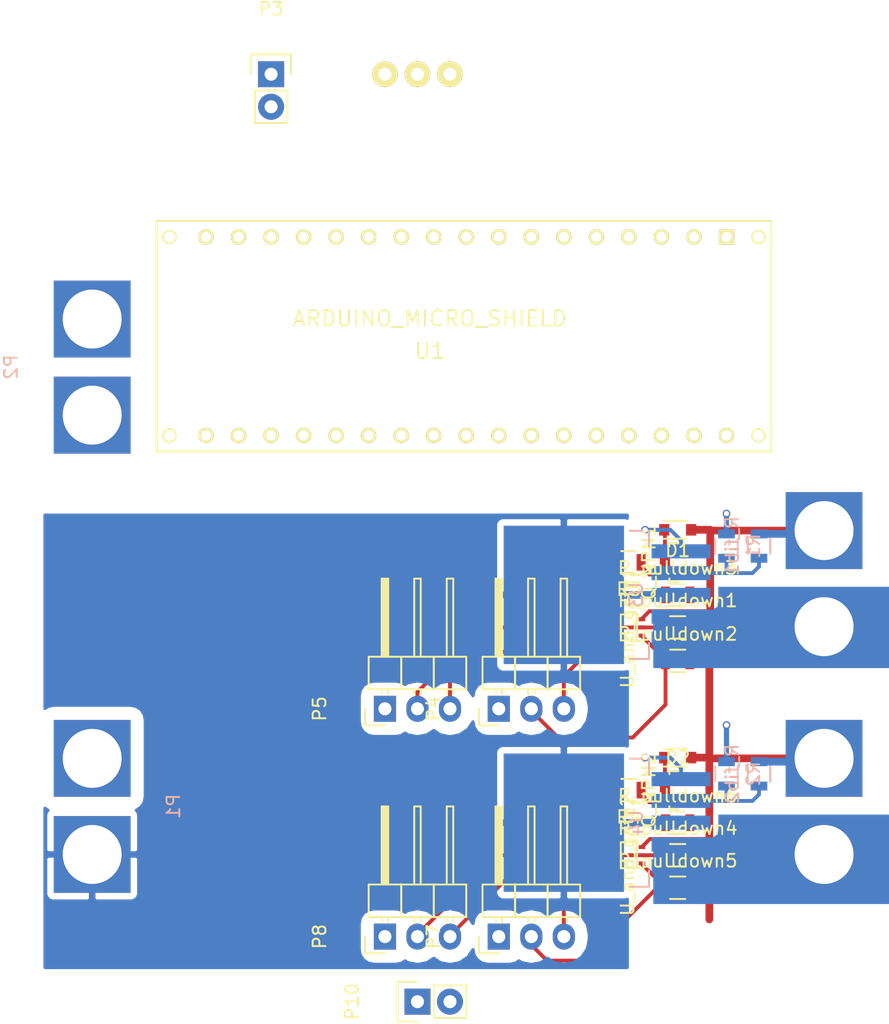
<source format=kicad_pcb>
(kicad_pcb (version 4) (host pcbnew 4.0.4-stable)

  (general
    (links 68)
    (no_connects 10)
    (area 156.505 30.755 228.405 116.44381)
    (thickness 1.6)
    (drawings 0)
    (tracks 142)
    (zones 0)
    (modules 32)
    (nets 27)
  )

  (page A4)
  (layers
    (0 F.Cu mixed)
    (1 Ground.Cu power)
    (2 In2.Cu power)
    (31 B.Cu mixed)
    (32 B.Adhes user)
    (33 F.Adhes user)
    (34 B.Paste user hide)
    (35 F.Paste user)
    (36 B.SilkS user)
    (37 F.SilkS user hide)
    (38 B.Mask user)
    (39 F.Mask user)
    (40 Dwgs.User user)
    (41 Cmts.User user)
    (42 Eco1.User user)
    (43 Eco2.User user)
    (44 Edge.Cuts user)
    (45 Margin user)
    (46 B.CrtYd user hide)
    (47 F.CrtYd user)
    (48 B.Fab user)
    (49 F.Fab user hide)
  )

  (setup
    (last_trace_width 0.4)
    (user_trace_width 0.3)
    (user_trace_width 0.4)
    (user_trace_width 0.5)
    (user_trace_width 0.6)
    (trace_clearance 0.2)
    (zone_clearance 0.6)
    (zone_45_only no)
    (trace_min 0.2)
    (segment_width 0.2)
    (edge_width 0.15)
    (via_size 0.6)
    (via_drill 0.4)
    (via_min_size 0.4)
    (via_min_drill 0.3)
    (uvia_size 0.3)
    (uvia_drill 0.1)
    (uvias_allowed no)
    (uvia_min_size 0.2)
    (uvia_min_drill 0.1)
    (pcb_text_width 0.3)
    (pcb_text_size 1.5 1.5)
    (mod_edge_width 0.15)
    (mod_text_size 1 1)
    (mod_text_width 0.15)
    (pad_size 1.524 1.524)
    (pad_drill 0.762)
    (pad_to_mask_clearance 0.2)
    (aux_axis_origin 0 0)
    (visible_elements 7FFFEFFF)
    (pcbplotparams
      (layerselection 0x00030_80000001)
      (usegerberextensions false)
      (excludeedgelayer true)
      (linewidth 0.100000)
      (plotframeref false)
      (viasonmask false)
      (mode 1)
      (useauxorigin false)
      (hpglpennumber 1)
      (hpglpenspeed 20)
      (hpglpendiameter 15)
      (hpglpenoverlay 2)
      (psnegative false)
      (psa4output false)
      (plotreference true)
      (plotvalue true)
      (plotinvisibletext false)
      (padsonsilk false)
      (subtractmaskfromsilk false)
      (outputformat 1)
      (mirror false)
      (drillshape 1)
      (scaleselection 1)
      (outputdirectory ""))
  )

  (net 0 "")
  (net 1 GND)
  (net 2 "Net-(Q_NPN1-Pad1)")
  (net 3 /Arduino_3.3V)
  (net 4 /Enable0)
  (net 5 VCC_8..50V)
  (net 6 VCC_7..12V)
  (net 7 "Net-(P5-Pad2)")
  (net 8 /A0)
  (net 9 "Net-(U1-PadRST)")
  (net 10 "Net-(U1-PadNC)")
  (net 11 /A1)
  (net 12 /KSW1/AUIPS7111S_IN)
  (net 13 /KSW2/AUIPS7111S_IN)
  (net 14 "Net-(P3-Pad2)")
  (net 15 "Net-(P4-Pad2)")
  (net 16 Reed)
  (net 17 /Enable1)
  (net 18 "Net-(P7-Pad2)")
  (net 19 "Net-(P8-Pad2)")
  (net 20 "Net-(Q_NPN2-Pad1)")
  (net 21 "Net-(R1-Pad1)")
  (net 22 "Net-(R2-Pad1)")
  (net 23 /KSW1/Out)
  (net 24 /KSW2/Out)
  (net 25 "Net-(R3-Pad2)")
  (net 26 "Net-(R4-Pad2)")

  (net_class Default "This is the default net class."
    (clearance 0.2)
    (trace_width 0.25)
    (via_dia 0.6)
    (via_drill 0.4)
    (uvia_dia 0.3)
    (uvia_drill 0.1)
    (add_net /A0)
    (add_net /A1)
    (add_net /Arduino_3.3V)
    (add_net /Enable0)
    (add_net /Enable1)
    (add_net /KSW1/AUIPS7111S_IN)
    (add_net /KSW1/Out)
    (add_net /KSW2/AUIPS7111S_IN)
    (add_net /KSW2/Out)
    (add_net GND)
    (add_net "Net-(P3-Pad2)")
    (add_net "Net-(P4-Pad2)")
    (add_net "Net-(P5-Pad2)")
    (add_net "Net-(P7-Pad2)")
    (add_net "Net-(P8-Pad2)")
    (add_net "Net-(Q_NPN1-Pad1)")
    (add_net "Net-(Q_NPN2-Pad1)")
    (add_net "Net-(R1-Pad1)")
    (add_net "Net-(R2-Pad1)")
    (add_net "Net-(R3-Pad2)")
    (add_net "Net-(R4-Pad2)")
    (add_net "Net-(U1-PadNC)")
    (add_net "Net-(U1-PadRST)")
    (add_net Reed)
    (add_net VCC_7..12V)
    (add_net VCC_8..50V)
  )

  (module TO_SOT_Packages_SMD:TO-263-5Lead (layer B.Cu) (tedit 55D39254) (tstamp 582E078E)
    (at 209.81 77.47 180)
    (descr "D2PAK / TO-263 3-lead smd package")
    (tags "D2PAK D2PAK-3 TO-263AB TO-263")
    (path /582DFA3C/582DFD38)
    (attr smd)
    (fp_text reference U3 (at 3.5 0 450) (layer B.SilkS)
      (effects (font (size 1 1) (thickness 0.15)) (justify mirror))
    )
    (fp_text value AUIPS7111S (at 15.25 0.25 450) (layer B.Fab)
      (effects (font (size 1 1) (thickness 0.15)) (justify mirror))
    )
    (fp_line (start 14.1 -5.65) (end -2.55 -5.65) (layer B.CrtYd) (width 0.05))
    (fp_line (start 14.1 5.65) (end 14.1 -5.65) (layer B.CrtYd) (width 0.05))
    (fp_line (start 14.1 5.65) (end -2.55 5.65) (layer B.CrtYd) (width 0.05))
    (fp_line (start -2.55 5.65) (end -2.55 -5.65) (layer B.CrtYd) (width 0.05))
    (fp_line (start 2.5 -5) (end 2.5 -3.75) (layer B.SilkS) (width 0.15))
    (fp_line (start 2.5 -5) (end 4 -5) (layer B.SilkS) (width 0.15))
    (fp_line (start 2.5 5) (end 4 5) (layer B.SilkS) (width 0.15))
    (fp_line (start 2.5 5) (end 2.5 3.75) (layer B.SilkS) (width 0.15))
    (pad 5 smd rect (at 0 -3.4 180) (size 4.6 1.1) (layers B.Cu B.Paste B.Mask)
      (net 23 /KSW1/Out))
    (pad 4 smd rect (at 0 -1.7 180) (size 4.6 1.1) (layers B.Cu B.Paste B.Mask)
      (net 23 /KSW1/Out))
    (pad 2 smd rect (at 0 1.7 180) (size 4.6 1.1) (layers B.Cu B.Paste B.Mask)
      (net 21 "Net-(R1-Pad1)"))
    (pad 3 smd rect (at 9.15 0 180) (size 9.4 10.8) (layers B.Cu B.Paste B.Mask)
      (net 5 VCC_8..50V))
    (pad 3 smd rect (at 0 0 180) (size 4.6 1.1) (layers B.Cu B.Paste B.Mask)
      (net 5 VCC_8..50V))
    (pad 1 smd rect (at 0 3.4 180) (size 4.6 1.1) (layers B.Cu B.Paste B.Mask)
      (net 12 /KSW1/AUIPS7111S_IN))
    (model TO_SOT_Packages_SMD.3dshapes/TO-263-5Lead.wrl
      (at (xyz 0 0 0))
      (scale (xyz 1 1 1))
      (rotate (xyz 0 0 90))
    )
  )

  (module Diodes_SMD:D_0805 (layer F.Cu) (tedit 574BBB4C) (tstamp 582E0A24)
    (at 209.55 90.17)
    (descr "Diode SMD in 0805 package")
    (tags "smd diode")
    (path /58310643/582E1347)
    (attr smd)
    (fp_text reference D2 (at 0 0) (layer F.SilkS)
      (effects (font (size 1 1) (thickness 0.15)))
    )
    (fp_text value D_Small (at 0 -1.6) (layer F.Fab)
      (effects (font (size 1 1) (thickness 0.15)))
    )
    (fp_line (start -1.8 0.9) (end -1.8 -0.9) (layer F.CrtYd) (width 0.05))
    (fp_line (start 1.8 0.9) (end -1.8 0.9) (layer F.CrtYd) (width 0.05))
    (fp_line (start 1.8 -0.9) (end 1.8 0.9) (layer F.CrtYd) (width 0.05))
    (fp_line (start -1.8 -0.9) (end 1.8 -0.9) (layer F.CrtYd) (width 0.05))
    (fp_line (start 0.2 0) (end 0.4 0) (layer F.Fab) (width 0.15))
    (fp_line (start -0.1 0) (end -0.3 0) (layer F.Fab) (width 0.15))
    (fp_line (start -0.1 -0.2) (end -0.1 0.2) (layer F.Fab) (width 0.15))
    (fp_line (start 0.2 0.2) (end 0.2 -0.2) (layer F.Fab) (width 0.15))
    (fp_line (start -0.1 0) (end 0.2 0.2) (layer F.Fab) (width 0.15))
    (fp_line (start 0.2 -0.2) (end -0.1 0) (layer F.Fab) (width 0.15))
    (fp_line (start -1 0.6) (end -1 -0.6) (layer F.Fab) (width 0.15))
    (fp_line (start 1 0.6) (end -1 0.6) (layer F.Fab) (width 0.15))
    (fp_line (start 1 -0.6) (end 1 0.6) (layer F.Fab) (width 0.15))
    (fp_line (start -1 -0.6) (end 1 -0.6) (layer F.Fab) (width 0.15))
    (fp_line (start -1.1 0.7) (end 0.7 0.7) (layer F.SilkS) (width 0.15))
    (fp_line (start -1.1 -0.7) (end 0.7 -0.7) (layer F.SilkS) (width 0.15))
    (pad 1 smd rect (at -1.05 0) (size 0.8 0.9) (layers F.Cu F.Paste F.Mask)
      (net 13 /KSW2/AUIPS7111S_IN))
    (pad 2 smd rect (at 1.05 0) (size 0.8 0.9) (layers F.Cu F.Paste F.Mask)
      (net 1 GND))
  )

  (module TO_SOT_Packages_SMD:SOT-23 (layer F.Cu) (tedit 553634F8) (tstamp 582F59A2)
    (at 209.55 74.93 90)
    (descr "SOT-23, Standard")
    (tags SOT-23)
    (path /582DFA3C/582DFD51)
    (attr smd)
    (fp_text reference Q_NPN1 (at 0 -2.25 90) (layer F.SilkS)
      (effects (font (size 1 1) (thickness 0.15)))
    )
    (fp_text value BC849 (at 0 2.3 90) (layer F.Fab)
      (effects (font (size 1 1) (thickness 0.15)))
    )
    (fp_line (start -1.65 -1.6) (end 1.65 -1.6) (layer F.CrtYd) (width 0.05))
    (fp_line (start 1.65 -1.6) (end 1.65 1.6) (layer F.CrtYd) (width 0.05))
    (fp_line (start 1.65 1.6) (end -1.65 1.6) (layer F.CrtYd) (width 0.05))
    (fp_line (start -1.65 1.6) (end -1.65 -1.6) (layer F.CrtYd) (width 0.05))
    (fp_line (start 1.29916 -0.65024) (end 1.2509 -0.65024) (layer F.SilkS) (width 0.15))
    (fp_line (start -1.49982 0.0508) (end -1.49982 -0.65024) (layer F.SilkS) (width 0.15))
    (fp_line (start -1.49982 -0.65024) (end -1.2509 -0.65024) (layer F.SilkS) (width 0.15))
    (fp_line (start 1.29916 -0.65024) (end 1.49982 -0.65024) (layer F.SilkS) (width 0.15))
    (fp_line (start 1.49982 -0.65024) (end 1.49982 0.0508) (layer F.SilkS) (width 0.15))
    (pad 1 smd rect (at -0.95 1.00076 90) (size 0.8001 0.8001) (layers F.Cu F.Paste F.Mask)
      (net 2 "Net-(Q_NPN1-Pad1)"))
    (pad 2 smd rect (at 0.95 1.00076 90) (size 0.8001 0.8001) (layers F.Cu F.Paste F.Mask)
      (net 1 GND))
    (pad 3 smd rect (at 0 -0.99822 90) (size 0.8001 0.8001) (layers F.Cu F.Paste F.Mask)
      (net 12 /KSW1/AUIPS7111S_IN))
    (model TO_SOT_Packages_SMD.3dshapes/SOT-23.wrl
      (at (xyz 0 0 0))
      (scale (xyz 1 1 1))
      (rotate (xyz 0 0 0))
    )
  )

  (module Resistors_SMD:R_0805 (layer B.Cu) (tedit 5415CDEB) (tstamp 582F59A8)
    (at 215.9 73.66 270)
    (descr "Resistor SMD 0805, reflow soldering, Vishay (see dcrcw.pdf)")
    (tags "resistor 0805")
    (path /582DFA3C/582DFD46)
    (attr smd)
    (fp_text reference R_fib1 (at 0 2.1 270) (layer B.SilkS)
      (effects (font (size 1 1) (thickness 0.15)) (justify mirror))
    )
    (fp_text value R (at 0 -2.1 270) (layer B.Fab)
      (effects (font (size 1 1) (thickness 0.15)) (justify mirror))
    )
    (fp_line (start -1.6 1) (end 1.6 1) (layer B.CrtYd) (width 0.05))
    (fp_line (start -1.6 -1) (end 1.6 -1) (layer B.CrtYd) (width 0.05))
    (fp_line (start -1.6 1) (end -1.6 -1) (layer B.CrtYd) (width 0.05))
    (fp_line (start 1.6 1) (end 1.6 -1) (layer B.CrtYd) (width 0.05))
    (fp_line (start 0.6 -0.875) (end -0.6 -0.875) (layer B.SilkS) (width 0.15))
    (fp_line (start -0.6 0.875) (end 0.6 0.875) (layer B.SilkS) (width 0.15))
    (pad 1 smd rect (at -0.95 0 270) (size 0.7 1.3) (layers B.Cu B.Paste B.Mask)
      (net 1 GND))
    (pad 2 smd rect (at 0.95 0 270) (size 0.7 1.3) (layers B.Cu B.Paste B.Mask)
      (net 21 "Net-(R1-Pad1)"))
    (model Resistors_SMD.3dshapes/R_0805.wrl
      (at (xyz 0 0 0))
      (scale (xyz 1 1 1))
      (rotate (xyz 0 0 0))
    )
  )

  (module Resistors_SMD:R_0805 (layer F.Cu) (tedit 5415CDEB) (tstamp 582F59AE)
    (at 209.55 80.01)
    (descr "Resistor SMD 0805, reflow soldering, Vishay (see dcrcw.pdf)")
    (tags "resistor 0805")
    (path /582DFA3C/582E006A)
    (attr smd)
    (fp_text reference R_pulldown1 (at 0 -2.1) (layer F.SilkS)
      (effects (font (size 1 1) (thickness 0.15)))
    )
    (fp_text value 5k (at 0 2.1) (layer F.Fab)
      (effects (font (size 1 1) (thickness 0.15)))
    )
    (fp_line (start -1.6 -1) (end 1.6 -1) (layer F.CrtYd) (width 0.05))
    (fp_line (start -1.6 1) (end 1.6 1) (layer F.CrtYd) (width 0.05))
    (fp_line (start -1.6 -1) (end -1.6 1) (layer F.CrtYd) (width 0.05))
    (fp_line (start 1.6 -1) (end 1.6 1) (layer F.CrtYd) (width 0.05))
    (fp_line (start 0.6 0.875) (end -0.6 0.875) (layer F.SilkS) (width 0.15))
    (fp_line (start -0.6 -0.875) (end 0.6 -0.875) (layer F.SilkS) (width 0.15))
    (pad 1 smd rect (at -0.95 0) (size 0.7 1.3) (layers F.Cu F.Paste F.Mask)
      (net 7 "Net-(P5-Pad2)"))
    (pad 2 smd rect (at 0.95 0) (size 0.7 1.3) (layers F.Cu F.Paste F.Mask)
      (net 1 GND))
    (model Resistors_SMD.3dshapes/R_0805.wrl
      (at (xyz 0 0 0))
      (scale (xyz 1 1 1))
      (rotate (xyz 0 0 0))
    )
  )

  (module Resistors_SMD:R_0805 (layer F.Cu) (tedit 5415CDEB) (tstamp 582F59B4)
    (at 209.55 82.620685)
    (descr "Resistor SMD 0805, reflow soldering, Vishay (see dcrcw.pdf)")
    (tags "resistor 0805")
    (path /582DFA3C/582E00DF)
    (attr smd)
    (fp_text reference R_pulldown2 (at 0 -2.1) (layer F.SilkS)
      (effects (font (size 1 1) (thickness 0.15)))
    )
    (fp_text value 5k (at 0 2.1) (layer F.Fab)
      (effects (font (size 1 1) (thickness 0.15)))
    )
    (fp_line (start -1.6 -1) (end 1.6 -1) (layer F.CrtYd) (width 0.05))
    (fp_line (start -1.6 1) (end 1.6 1) (layer F.CrtYd) (width 0.05))
    (fp_line (start -1.6 -1) (end -1.6 1) (layer F.CrtYd) (width 0.05))
    (fp_line (start 1.6 -1) (end 1.6 1) (layer F.CrtYd) (width 0.05))
    (fp_line (start 0.6 0.875) (end -0.6 0.875) (layer F.SilkS) (width 0.15))
    (fp_line (start -0.6 -0.875) (end 0.6 -0.875) (layer F.SilkS) (width 0.15))
    (pad 1 smd rect (at -0.95 0) (size 0.7 1.3) (layers F.Cu F.Paste F.Mask)
      (net 15 "Net-(P4-Pad2)"))
    (pad 2 smd rect (at 0.95 0) (size 0.7 1.3) (layers F.Cu F.Paste F.Mask)
      (net 1 GND))
    (model Resistors_SMD.3dshapes/R_0805.wrl
      (at (xyz 0 0 0))
      (scale (xyz 1 1 1))
      (rotate (xyz 0 0 0))
    )
  )

  (module Resistors_SMD:R_0805 (layer F.Cu) (tedit 5415CDEB) (tstamp 582F59BA)
    (at 209.55 77.47)
    (descr "Resistor SMD 0805, reflow soldering, Vishay (see dcrcw.pdf)")
    (tags "resistor 0805")
    (path /582DFA3C/582E0E52)
    (attr smd)
    (fp_text reference R_pulldown3 (at 0 -2.1) (layer F.SilkS)
      (effects (font (size 1 1) (thickness 0.15)))
    )
    (fp_text value 5k (at 0 2.1) (layer F.Fab)
      (effects (font (size 1 1) (thickness 0.15)))
    )
    (fp_line (start -1.6 -1) (end 1.6 -1) (layer F.CrtYd) (width 0.05))
    (fp_line (start -1.6 1) (end 1.6 1) (layer F.CrtYd) (width 0.05))
    (fp_line (start -1.6 -1) (end -1.6 1) (layer F.CrtYd) (width 0.05))
    (fp_line (start 1.6 -1) (end 1.6 1) (layer F.CrtYd) (width 0.05))
    (fp_line (start 0.6 0.875) (end -0.6 0.875) (layer F.SilkS) (width 0.15))
    (fp_line (start -0.6 -0.875) (end 0.6 -0.875) (layer F.SilkS) (width 0.15))
    (pad 1 smd rect (at -0.95 0) (size 0.7 1.3) (layers F.Cu F.Paste F.Mask)
      (net 25 "Net-(R3-Pad2)"))
    (pad 2 smd rect (at 0.95 0) (size 0.7 1.3) (layers F.Cu F.Paste F.Mask)
      (net 1 GND))
    (model Resistors_SMD.3dshapes/R_0805.wrl
      (at (xyz 0 0 0))
      (scale (xyz 1 1 1))
      (rotate (xyz 0 0 0))
    )
  )

  (module TO_SOT_Packages_SMD:SOT-353 (layer F.Cu) (tedit 0) (tstamp 582F59C3)
    (at 205.74 80.01 180)
    (descr SOT353)
    (path /582DFA3C/582DFD79)
    (attr smd)
    (fp_text reference U_and_gate1 (at 0.09906 0 270) (layer F.SilkS)
      (effects (font (size 1 1) (thickness 0.15)))
    )
    (fp_text value 74LVC1G08 (at 0.09906 0 270) (layer F.Fab)
      (effects (font (size 1 1) (thickness 0.15)))
    )
    (fp_line (start 0.635 1.016) (end 0.635 -1.016) (layer F.SilkS) (width 0.15))
    (fp_line (start 0.635 -1.016) (end -0.635 -1.016) (layer F.SilkS) (width 0.15))
    (fp_line (start -0.635 -1.016) (end -0.635 1.016) (layer F.SilkS) (width 0.15))
    (fp_line (start -0.635 1.016) (end 0.635 1.016) (layer F.SilkS) (width 0.15))
    (pad 1 smd rect (at -1.016 -0.635 180) (size 0.508 0.3048) (layers F.Cu F.Paste F.Mask)
      (net 15 "Net-(P4-Pad2)"))
    (pad 3 smd rect (at -1.016 0.635 180) (size 0.508 0.3048) (layers F.Cu F.Paste F.Mask)
      (net 1 GND))
    (pad 5 smd rect (at 1.016 -0.635 180) (size 0.508 0.3048) (layers F.Cu F.Paste F.Mask)
      (net 3 /Arduino_3.3V))
    (pad 2 smd rect (at -1.016 0 180) (size 0.508 0.3048) (layers F.Cu F.Paste F.Mask)
      (net 7 "Net-(P5-Pad2)"))
    (pad 4 smd rect (at 1.016 0.635 180) (size 0.508 0.3048) (layers F.Cu F.Paste F.Mask)
      (net 25 "Net-(R3-Pad2)"))
    (model TO_SOT_Packages_SMD.3dshapes/SOT-353.wrl
      (at (xyz 0 0 0))
      (scale (xyz 0.07000000000000001 0.09 0.08))
      (rotate (xyz 0 0 90))
    )
  )

  (module KiCad-Dev:XT60 (layer F.Cu) (tedit 581F53A9) (tstamp 58304B99)
    (at 220.98 76.2 270)
    (tags "XT60 conn")
    (path /582DFA3C/5830B4CE)
    (fp_text reference P6 (at 0 -6.35 270) (layer F.SilkS)
      (effects (font (size 1 1) (thickness 0.15)))
    )
    (fp_text value CONN_XT60_Female (at 0.06 -5 270) (layer F.Fab)
      (effects (font (size 1 1) (thickness 0.15)))
    )
    (fp_line (start -8.25 2) (end -8.25 -2) (layer Dwgs.User) (width 0.15))
    (fp_line (start -8.25 2) (end -6.25 4) (layer Dwgs.User) (width 0.15))
    (fp_line (start -8.25 -2) (end -6.25 -4) (layer Dwgs.User) (width 0.15))
    (fp_line (start 7.75 4) (end -6.25 4) (layer Dwgs.User) (width 0.15))
    (fp_line (start -6.25 -4) (end 7.75 -4) (layer Dwgs.User) (width 0.15))
    (fp_line (start 7.75 4) (end 7.75 -4) (layer Dwgs.User) (width 0.15))
    (pad 1 thru_hole rect (at -3.75 0 270) (size 6 6) (drill 4.6) (layers *.Cu *.Mask)
      (net 1 GND))
    (pad 2 thru_hole rect (at 3.75 0 270) (size 6 6) (drill 4.6) (layers *.Cu *.Mask)
      (net 23 /KSW1/Out))
  )

  (module arduino:ARDUINO_MICRO_SHIELD (layer F.Cu) (tedit 54B0AF9D) (tstamp 58304BC7)
    (at 216.86 48.276 180)
    (tags "ARDUINO, MICRO")
    (path /58306B16)
    (fp_text reference U1 (at 26.67 -10.16 180) (layer F.SilkS)
      (effects (font (size 1.2 1.2) (thickness 0.15)))
    )
    (fp_text value ARDUINO_MICRO_SHIELD (at 26.67 -7.62 180) (layer F.SilkS)
      (effects (font (size 1.2 1.2) (thickness 0.15)))
    )
    (fp_circle (center 1 -1.254) (end 1.5 -1.254) (layer F.SilkS) (width 0.15))
    (fp_circle (center 1 -16.746) (end 1.5 -16.746) (layer F.SilkS) (width 0.15))
    (fp_circle (center 47 -1.254) (end 47.5 -1.254) (layer F.SilkS) (width 0.15))
    (fp_circle (center 47 -16.746) (end 47.5 -16.746) (layer F.SilkS) (width 0.15))
    (fp_line (start 0 -18) (end 48 -18) (layer F.SilkS) (width 0.15))
    (fp_line (start 48 -18) (end 48 0) (layer F.SilkS) (width 0.15))
    (fp_line (start 48 0) (end 0 0) (layer F.SilkS) (width 0.15))
    (fp_line (start 0 0) (end 0 -18) (layer F.SilkS) (width 0.15))
    (pad SCK thru_hole circle (at 3.5 -16.746 180) (size 1.2 1.2) (drill 0.8) (layers *.Cu *.Mask F.SilkS))
    (pad MI thru_hole circle (at 6.04 -16.746 180) (size 1.2 1.2) (drill 0.8) (layers *.Cu *.Mask F.SilkS))
    (pad VI thru_hole circle (at 8.58 -16.746 180) (size 1.2 1.2) (drill 0.8) (layers *.Cu *.Mask F.SilkS)
      (net 6 VCC_7..12V))
    (pad GND thru_hole circle (at 11.12 -16.746 180) (size 1.2 1.2) (drill 0.8) (layers *.Cu *.Mask F.SilkS)
      (net 1 GND))
    (pad RST thru_hole circle (at 13.66 -16.746 180) (size 1.2 1.2) (drill 0.8) (layers *.Cu *.Mask F.SilkS)
      (net 9 "Net-(U1-PadRST)"))
    (pad 5V thru_hole circle (at 16.2 -16.746 180) (size 1.2 1.2) (drill 0.8) (layers *.Cu *.Mask F.SilkS))
    (pad NC thru_hole circle (at 18.74 -16.746 180) (size 1.2 1.2) (drill 0.8) (layers *.Cu *.Mask F.SilkS)
      (net 10 "Net-(U1-PadNC)"))
    (pad NC thru_hole circle (at 21.28 -16.746 180) (size 1.2 1.2) (drill 0.8) (layers *.Cu *.Mask F.SilkS)
      (net 10 "Net-(U1-PadNC)"))
    (pad A5 thru_hole circle (at 23.82 -16.746 180) (size 1.2 1.2) (drill 0.8) (layers *.Cu *.Mask F.SilkS))
    (pad A4 thru_hole circle (at 26.36 -16.746 180) (size 1.2 1.2) (drill 0.8) (layers *.Cu *.Mask F.SilkS))
    (pad A3 thru_hole circle (at 28.9 -16.746 180) (size 1.2 1.2) (drill 0.8) (layers *.Cu *.Mask F.SilkS))
    (pad A2 thru_hole circle (at 31.44 -16.746 180) (size 1.2 1.2) (drill 0.8) (layers *.Cu *.Mask F.SilkS))
    (pad A1 thru_hole circle (at 33.98 -16.746 180) (size 1.2 1.2) (drill 0.8) (layers *.Cu *.Mask F.SilkS)
      (net 11 /A1))
    (pad A0 thru_hole circle (at 36.52 -16.746 180) (size 1.2 1.2) (drill 0.8) (layers *.Cu *.Mask F.SilkS)
      (net 8 /A0))
    (pad AREF thru_hole circle (at 39.06 -16.746 180) (size 1.2 1.2) (drill 0.8) (layers *.Cu *.Mask F.SilkS))
    (pad 3.3V thru_hole circle (at 41.6 -16.746 180) (size 1.2 1.2) (drill 0.8) (layers *.Cu *.Mask F.SilkS)
      (net 3 /Arduino_3.3V))
    (pad 13 thru_hole circle (at 44.14 -16.746 180) (size 1.2 1.2) (drill 0.8) (layers *.Cu *.Mask F.SilkS)
      (net 4 /Enable0))
    (pad MO thru_hole rect (at 3.5 -1.254 180) (size 1.2 1.2) (drill 0.8) (layers *.Cu *.Mask F.SilkS))
    (pad SS thru_hole circle (at 6.04 -1.254 180) (size 1.2 1.2) (drill 0.8) (layers *.Cu *.Mask F.SilkS))
    (pad TX thru_hole circle (at 8.58 -1.254 180) (size 1.2 1.2) (drill 0.8) (layers *.Cu *.Mask F.SilkS))
    (pad RX thru_hole circle (at 11.12 -1.254 180) (size 1.2 1.2) (drill 0.8) (layers *.Cu *.Mask F.SilkS))
    (pad RST thru_hole circle (at 13.66 -1.254 180) (size 1.2 1.2) (drill 0.8) (layers *.Cu *.Mask F.SilkS)
      (net 9 "Net-(U1-PadRST)"))
    (pad GND thru_hole circle (at 16.2 -1.254 180) (size 1.2 1.2) (drill 0.8) (layers *.Cu *.Mask F.SilkS)
      (net 1 GND))
    (pad 2 thru_hole circle (at 18.74 -1.254 180) (size 1.2 1.2) (drill 0.8) (layers *.Cu *.Mask F.SilkS))
    (pad 3 thru_hole circle (at 21.28 -1.254 180) (size 1.2 1.2) (drill 0.8) (layers *.Cu *.Mask F.SilkS))
    (pad 4 thru_hole circle (at 23.82 -1.254 180) (size 1.2 1.2) (drill 0.8) (layers *.Cu *.Mask F.SilkS))
    (pad 5 thru_hole circle (at 26.36 -1.254 180) (size 1.2 1.2) (drill 0.8) (layers *.Cu *.Mask F.SilkS)
      (net 17 /Enable1))
    (pad 6 thru_hole circle (at 28.9 -1.254 180) (size 1.2 1.2) (drill 0.8) (layers *.Cu *.Mask F.SilkS))
    (pad 7 thru_hole circle (at 31.44 -1.254 180) (size 1.2 1.2) (drill 0.8) (layers *.Cu *.Mask F.SilkS))
    (pad 8 thru_hole circle (at 33.98 -1.254 180) (size 1.2 1.2) (drill 0.8) (layers *.Cu *.Mask F.SilkS))
    (pad 9 thru_hole circle (at 36.52 -1.254 180) (size 1.2 1.2) (drill 0.8) (layers *.Cu *.Mask F.SilkS))
    (pad 10 thru_hole circle (at 39.06 -1.254 180) (size 1.2 1.2) (drill 0.8) (layers *.Cu *.Mask F.SilkS))
    (pad 11 thru_hole circle (at 41.6 -1.254 180) (size 1.2 1.2) (drill 0.8) (layers *.Cu *.Mask F.SilkS))
    (pad 12 thru_hole circle (at 44.14 -1.254 180) (size 1.2 1.2) (drill 0.8) (layers *.Cu *.Mask F.SilkS))
  )

  (module Diodes_SMD:D_0805 (layer F.Cu) (tedit 574BBB4C) (tstamp 58304D34)
    (at 209.55 72.39)
    (descr "Diode SMD in 0805 package")
    (tags "smd diode")
    (path /582DFA3C/582E1347)
    (attr smd)
    (fp_text reference D1 (at 0 1.6) (layer F.SilkS)
      (effects (font (size 1 1) (thickness 0.15)))
    )
    (fp_text value D_Small (at 0 -1.6) (layer F.Fab)
      (effects (font (size 1 1) (thickness 0.15)))
    )
    (fp_line (start -1.8 0.9) (end -1.8 -0.9) (layer F.CrtYd) (width 0.05))
    (fp_line (start 1.8 0.9) (end -1.8 0.9) (layer F.CrtYd) (width 0.05))
    (fp_line (start 1.8 -0.9) (end 1.8 0.9) (layer F.CrtYd) (width 0.05))
    (fp_line (start -1.8 -0.9) (end 1.8 -0.9) (layer F.CrtYd) (width 0.05))
    (fp_line (start 0.2 0) (end 0.4 0) (layer F.Fab) (width 0.15))
    (fp_line (start -0.1 0) (end -0.3 0) (layer F.Fab) (width 0.15))
    (fp_line (start -0.1 -0.2) (end -0.1 0.2) (layer F.Fab) (width 0.15))
    (fp_line (start 0.2 0.2) (end 0.2 -0.2) (layer F.Fab) (width 0.15))
    (fp_line (start -0.1 0) (end 0.2 0.2) (layer F.Fab) (width 0.15))
    (fp_line (start 0.2 -0.2) (end -0.1 0) (layer F.Fab) (width 0.15))
    (fp_line (start -1 0.6) (end -1 -0.6) (layer F.Fab) (width 0.15))
    (fp_line (start 1 0.6) (end -1 0.6) (layer F.Fab) (width 0.15))
    (fp_line (start 1 -0.6) (end 1 0.6) (layer F.Fab) (width 0.15))
    (fp_line (start -1 -0.6) (end 1 -0.6) (layer F.Fab) (width 0.15))
    (fp_line (start -1.1 0.7) (end 0.7 0.7) (layer F.SilkS) (width 0.15))
    (fp_line (start -1.1 -0.7) (end 0.7 -0.7) (layer F.SilkS) (width 0.15))
    (pad 1 smd rect (at -1.05 0) (size 0.8 0.9) (layers F.Cu F.Paste F.Mask)
      (net 12 /KSW1/AUIPS7111S_IN))
    (pad 2 smd rect (at 1.05 0) (size 0.8 0.9) (layers F.Cu F.Paste F.Mask)
      (net 1 GND))
  )

  (module KiCad-Dev:XT60 (layer B.Cu) (tedit 581F53A9) (tstamp 58304D35)
    (at 163.83 93.98 90)
    (tags "XT60 conn")
    (path /58309CD4)
    (fp_text reference P1 (at 0 6.35 90) (layer B.SilkS)
      (effects (font (size 1 1) (thickness 0.15)) (justify mirror))
    )
    (fp_text value CONN_XT60_Male (at 0.06 5 90) (layer B.Fab)
      (effects (font (size 1 1) (thickness 0.15)) (justify mirror))
    )
    (fp_line (start -8.25 -2) (end -8.25 2) (layer Dwgs.User) (width 0.15))
    (fp_line (start -8.25 -2) (end -6.25 -4) (layer Dwgs.User) (width 0.15))
    (fp_line (start -8.25 2) (end -6.25 4) (layer Dwgs.User) (width 0.15))
    (fp_line (start 7.75 -4) (end -6.25 -4) (layer Dwgs.User) (width 0.15))
    (fp_line (start -6.25 4) (end 7.75 4) (layer Dwgs.User) (width 0.15))
    (fp_line (start 7.75 -4) (end 7.75 4) (layer Dwgs.User) (width 0.15))
    (pad 1 thru_hole rect (at -3.75 0 90) (size 6 6) (drill 4.6) (layers *.Cu *.Mask)
      (net 5 VCC_8..50V))
    (pad 2 thru_hole rect (at 3.75 0 90) (size 6 6) (drill 4.6) (layers *.Cu *.Mask)
      (net 1 GND))
  )

  (module KiCad-Dev:XT60 (layer B.Cu) (tedit 581F53A9) (tstamp 58304D3A)
    (at 163.83 59.69 270)
    (tags "XT60 conn")
    (path /5830BF88)
    (fp_text reference P2 (at 0 6.35 270) (layer B.SilkS)
      (effects (font (size 1 1) (thickness 0.15)) (justify mirror))
    )
    (fp_text value CONN_XT60_Male (at 0.06 5 270) (layer B.Fab)
      (effects (font (size 1 1) (thickness 0.15)) (justify mirror))
    )
    (fp_line (start -8.25 -2) (end -8.25 2) (layer Dwgs.User) (width 0.15))
    (fp_line (start -8.25 -2) (end -6.25 -4) (layer Dwgs.User) (width 0.15))
    (fp_line (start -8.25 2) (end -6.25 4) (layer Dwgs.User) (width 0.15))
    (fp_line (start 7.75 -4) (end -6.25 -4) (layer Dwgs.User) (width 0.15))
    (fp_line (start -6.25 4) (end 7.75 4) (layer Dwgs.User) (width 0.15))
    (fp_line (start 7.75 -4) (end 7.75 4) (layer Dwgs.User) (width 0.15))
    (pad 1 thru_hole rect (at -3.75 0 270) (size 6 6) (drill 4.6) (layers *.Cu *.Mask)
      (net 6 VCC_7..12V))
    (pad 2 thru_hole rect (at 3.75 0 270) (size 6 6) (drill 4.6) (layers *.Cu *.Mask)
      (net 1 GND))
  )

  (module KiCad-Dev:XT60 (layer F.Cu) (tedit 581F53A9) (tstamp 58304D63)
    (at 220.98 93.98 270)
    (tags "XT60 conn")
    (path /58310643/5830B4CE)
    (fp_text reference P9 (at 0 -6.35 270) (layer F.SilkS)
      (effects (font (size 1 1) (thickness 0.15)))
    )
    (fp_text value CONN_XT60_Female (at 0.06 -5 270) (layer F.Fab)
      (effects (font (size 1 1) (thickness 0.15)))
    )
    (fp_line (start -8.25 2) (end -8.25 -2) (layer Dwgs.User) (width 0.15))
    (fp_line (start -8.25 2) (end -6.25 4) (layer Dwgs.User) (width 0.15))
    (fp_line (start -8.25 -2) (end -6.25 -4) (layer Dwgs.User) (width 0.15))
    (fp_line (start 7.75 4) (end -6.25 4) (layer Dwgs.User) (width 0.15))
    (fp_line (start -6.25 -4) (end 7.75 -4) (layer Dwgs.User) (width 0.15))
    (fp_line (start 7.75 4) (end 7.75 -4) (layer Dwgs.User) (width 0.15))
    (pad 1 thru_hole rect (at -3.75 0 270) (size 6 6) (drill 4.6) (layers *.Cu *.Mask)
      (net 1 GND))
    (pad 2 thru_hole rect (at 3.75 0 270) (size 6 6) (drill 4.6) (layers *.Cu *.Mask)
      (net 24 /KSW2/Out))
  )

  (module TO_SOT_Packages_SMD:SOT-23 (layer F.Cu) (tedit 553634F8) (tstamp 58304D6A)
    (at 209.55 92.71 90)
    (descr "SOT-23, Standard")
    (tags SOT-23)
    (path /58310643/582DFD51)
    (attr smd)
    (fp_text reference Q_NPN2 (at 0 -2.25 90) (layer F.SilkS)
      (effects (font (size 1 1) (thickness 0.15)))
    )
    (fp_text value BC849 (at 0 2.3 90) (layer F.Fab)
      (effects (font (size 1 1) (thickness 0.15)))
    )
    (fp_line (start -1.65 -1.6) (end 1.65 -1.6) (layer F.CrtYd) (width 0.05))
    (fp_line (start 1.65 -1.6) (end 1.65 1.6) (layer F.CrtYd) (width 0.05))
    (fp_line (start 1.65 1.6) (end -1.65 1.6) (layer F.CrtYd) (width 0.05))
    (fp_line (start -1.65 1.6) (end -1.65 -1.6) (layer F.CrtYd) (width 0.05))
    (fp_line (start 1.29916 -0.65024) (end 1.2509 -0.65024) (layer F.SilkS) (width 0.15))
    (fp_line (start -1.49982 0.0508) (end -1.49982 -0.65024) (layer F.SilkS) (width 0.15))
    (fp_line (start -1.49982 -0.65024) (end -1.2509 -0.65024) (layer F.SilkS) (width 0.15))
    (fp_line (start 1.29916 -0.65024) (end 1.49982 -0.65024) (layer F.SilkS) (width 0.15))
    (fp_line (start 1.49982 -0.65024) (end 1.49982 0.0508) (layer F.SilkS) (width 0.15))
    (pad 1 smd rect (at -0.95 1.00076 90) (size 0.8001 0.8001) (layers F.Cu F.Paste F.Mask)
      (net 20 "Net-(Q_NPN2-Pad1)"))
    (pad 2 smd rect (at 0.95 1.00076 90) (size 0.8001 0.8001) (layers F.Cu F.Paste F.Mask)
      (net 1 GND))
    (pad 3 smd rect (at 0 -0.99822 90) (size 0.8001 0.8001) (layers F.Cu F.Paste F.Mask)
      (net 13 /KSW2/AUIPS7111S_IN))
    (model TO_SOT_Packages_SMD.3dshapes/SOT-23.wrl
      (at (xyz 0 0 0))
      (scale (xyz 1 1 1))
      (rotate (xyz 0 0 0))
    )
  )

  (module Resistors_SMD:R_0805 (layer B.Cu) (tedit 5415CDEB) (tstamp 58304D70)
    (at 213.36 73.66 90)
    (descr "Resistor SMD 0805, reflow soldering, Vishay (see dcrcw.pdf)")
    (tags "resistor 0805")
    (path /582DFA3C/582DFD3F)
    (attr smd)
    (fp_text reference R1 (at 0 2.1 90) (layer B.SilkS)
      (effects (font (size 1 1) (thickness 0.15)) (justify mirror))
    )
    (fp_text value 10k (at 0 -2.1 90) (layer B.Fab)
      (effects (font (size 1 1) (thickness 0.15)) (justify mirror))
    )
    (fp_line (start -1.6 1) (end 1.6 1) (layer B.CrtYd) (width 0.05))
    (fp_line (start -1.6 -1) (end 1.6 -1) (layer B.CrtYd) (width 0.05))
    (fp_line (start -1.6 1) (end -1.6 -1) (layer B.CrtYd) (width 0.05))
    (fp_line (start 1.6 1) (end 1.6 -1) (layer B.CrtYd) (width 0.05))
    (fp_line (start 0.6 -0.875) (end -0.6 -0.875) (layer B.SilkS) (width 0.15))
    (fp_line (start -0.6 0.875) (end 0.6 0.875) (layer B.SilkS) (width 0.15))
    (pad 1 smd rect (at -0.95 0 90) (size 0.7 1.3) (layers B.Cu B.Paste B.Mask)
      (net 21 "Net-(R1-Pad1)"))
    (pad 2 smd rect (at 0.95 0 90) (size 0.7 1.3) (layers B.Cu B.Paste B.Mask)
      (net 8 /A0))
    (model Resistors_SMD.3dshapes/R_0805.wrl
      (at (xyz 0 0 0))
      (scale (xyz 1 1 1))
      (rotate (xyz 0 0 0))
    )
  )

  (module Resistors_SMD:R_0805 (layer B.Cu) (tedit 5415CDEB) (tstamp 58304D76)
    (at 213.36 91.44 90)
    (descr "Resistor SMD 0805, reflow soldering, Vishay (see dcrcw.pdf)")
    (tags "resistor 0805")
    (path /58310643/582DFD3F)
    (attr smd)
    (fp_text reference R2 (at 0 2.1 90) (layer B.SilkS)
      (effects (font (size 1 1) (thickness 0.15)) (justify mirror))
    )
    (fp_text value 10k (at 0 -2.1 90) (layer B.Fab)
      (effects (font (size 1 1) (thickness 0.15)) (justify mirror))
    )
    (fp_line (start -1.6 1) (end 1.6 1) (layer B.CrtYd) (width 0.05))
    (fp_line (start -1.6 -1) (end 1.6 -1) (layer B.CrtYd) (width 0.05))
    (fp_line (start -1.6 1) (end -1.6 -1) (layer B.CrtYd) (width 0.05))
    (fp_line (start 1.6 1) (end 1.6 -1) (layer B.CrtYd) (width 0.05))
    (fp_line (start 0.6 -0.875) (end -0.6 -0.875) (layer B.SilkS) (width 0.15))
    (fp_line (start -0.6 0.875) (end 0.6 0.875) (layer B.SilkS) (width 0.15))
    (pad 1 smd rect (at -0.95 0 90) (size 0.7 1.3) (layers B.Cu B.Paste B.Mask)
      (net 22 "Net-(R2-Pad1)"))
    (pad 2 smd rect (at 0.95 0 90) (size 0.7 1.3) (layers B.Cu B.Paste B.Mask)
      (net 11 /A1))
    (model Resistors_SMD.3dshapes/R_0805.wrl
      (at (xyz 0 0 0))
      (scale (xyz 1 1 1))
      (rotate (xyz 0 0 0))
    )
  )

  (module Resistors_SMD:R_0805 (layer B.Cu) (tedit 5415CDEB) (tstamp 58304D7C)
    (at 215.9 91.44 270)
    (descr "Resistor SMD 0805, reflow soldering, Vishay (see dcrcw.pdf)")
    (tags "resistor 0805")
    (path /58310643/582DFD46)
    (attr smd)
    (fp_text reference R_fib2 (at 0 2.1 270) (layer B.SilkS)
      (effects (font (size 1 1) (thickness 0.15)) (justify mirror))
    )
    (fp_text value R (at 0 -2.1 270) (layer B.Fab)
      (effects (font (size 1 1) (thickness 0.15)) (justify mirror))
    )
    (fp_line (start -1.6 1) (end 1.6 1) (layer B.CrtYd) (width 0.05))
    (fp_line (start -1.6 -1) (end 1.6 -1) (layer B.CrtYd) (width 0.05))
    (fp_line (start -1.6 1) (end -1.6 -1) (layer B.CrtYd) (width 0.05))
    (fp_line (start 1.6 1) (end 1.6 -1) (layer B.CrtYd) (width 0.05))
    (fp_line (start 0.6 -0.875) (end -0.6 -0.875) (layer B.SilkS) (width 0.15))
    (fp_line (start -0.6 0.875) (end 0.6 0.875) (layer B.SilkS) (width 0.15))
    (pad 1 smd rect (at -0.95 0 270) (size 0.7 1.3) (layers B.Cu B.Paste B.Mask)
      (net 1 GND))
    (pad 2 smd rect (at 0.95 0 270) (size 0.7 1.3) (layers B.Cu B.Paste B.Mask)
      (net 22 "Net-(R2-Pad1)"))
    (model Resistors_SMD.3dshapes/R_0805.wrl
      (at (xyz 0 0 0))
      (scale (xyz 1 1 1))
      (rotate (xyz 0 0 0))
    )
  )

  (module Resistors_SMD:R_0805 (layer F.Cu) (tedit 5415CDEB) (tstamp 58304D82)
    (at 209.55 97.79)
    (descr "Resistor SMD 0805, reflow soldering, Vishay (see dcrcw.pdf)")
    (tags "resistor 0805")
    (path /58310643/582E006A)
    (attr smd)
    (fp_text reference R_pulldown4 (at 0 -2.1) (layer F.SilkS)
      (effects (font (size 1 1) (thickness 0.15)))
    )
    (fp_text value 5k (at 0 2.1) (layer F.Fab)
      (effects (font (size 1 1) (thickness 0.15)))
    )
    (fp_line (start -1.6 -1) (end 1.6 -1) (layer F.CrtYd) (width 0.05))
    (fp_line (start -1.6 1) (end 1.6 1) (layer F.CrtYd) (width 0.05))
    (fp_line (start -1.6 -1) (end -1.6 1) (layer F.CrtYd) (width 0.05))
    (fp_line (start 1.6 -1) (end 1.6 1) (layer F.CrtYd) (width 0.05))
    (fp_line (start 0.6 0.875) (end -0.6 0.875) (layer F.SilkS) (width 0.15))
    (fp_line (start -0.6 -0.875) (end 0.6 -0.875) (layer F.SilkS) (width 0.15))
    (pad 1 smd rect (at -0.95 0) (size 0.7 1.3) (layers F.Cu F.Paste F.Mask)
      (net 19 "Net-(P8-Pad2)"))
    (pad 2 smd rect (at 0.95 0) (size 0.7 1.3) (layers F.Cu F.Paste F.Mask)
      (net 1 GND))
    (model Resistors_SMD.3dshapes/R_0805.wrl
      (at (xyz 0 0 0))
      (scale (xyz 1 1 1))
      (rotate (xyz 0 0 0))
    )
  )

  (module Resistors_SMD:R_0805 (layer F.Cu) (tedit 5415CDEB) (tstamp 58304D88)
    (at 209.55 100.33)
    (descr "Resistor SMD 0805, reflow soldering, Vishay (see dcrcw.pdf)")
    (tags "resistor 0805")
    (path /58310643/582E00DF)
    (attr smd)
    (fp_text reference R_pulldown5 (at 0 -2.1) (layer F.SilkS)
      (effects (font (size 1 1) (thickness 0.15)))
    )
    (fp_text value 5k (at 0 2.1) (layer F.Fab)
      (effects (font (size 1 1) (thickness 0.15)))
    )
    (fp_line (start -1.6 -1) (end 1.6 -1) (layer F.CrtYd) (width 0.05))
    (fp_line (start -1.6 1) (end 1.6 1) (layer F.CrtYd) (width 0.05))
    (fp_line (start -1.6 -1) (end -1.6 1) (layer F.CrtYd) (width 0.05))
    (fp_line (start 1.6 -1) (end 1.6 1) (layer F.CrtYd) (width 0.05))
    (fp_line (start 0.6 0.875) (end -0.6 0.875) (layer F.SilkS) (width 0.15))
    (fp_line (start -0.6 -0.875) (end 0.6 -0.875) (layer F.SilkS) (width 0.15))
    (pad 1 smd rect (at -0.95 0) (size 0.7 1.3) (layers F.Cu F.Paste F.Mask)
      (net 18 "Net-(P7-Pad2)"))
    (pad 2 smd rect (at 0.95 0) (size 0.7 1.3) (layers F.Cu F.Paste F.Mask)
      (net 1 GND))
    (model Resistors_SMD.3dshapes/R_0805.wrl
      (at (xyz 0 0 0))
      (scale (xyz 1 1 1))
      (rotate (xyz 0 0 0))
    )
  )

  (module Resistors_SMD:R_0805 (layer F.Cu) (tedit 5415CDEB) (tstamp 58304D8E)
    (at 209.55 95.25)
    (descr "Resistor SMD 0805, reflow soldering, Vishay (see dcrcw.pdf)")
    (tags "resistor 0805")
    (path /58310643/582E0E52)
    (attr smd)
    (fp_text reference R_pulldown6 (at 0 -2.1) (layer F.SilkS)
      (effects (font (size 1 1) (thickness 0.15)))
    )
    (fp_text value 5k (at 0 2.1) (layer F.Fab)
      (effects (font (size 1 1) (thickness 0.15)))
    )
    (fp_line (start -1.6 -1) (end 1.6 -1) (layer F.CrtYd) (width 0.05))
    (fp_line (start -1.6 1) (end 1.6 1) (layer F.CrtYd) (width 0.05))
    (fp_line (start -1.6 -1) (end -1.6 1) (layer F.CrtYd) (width 0.05))
    (fp_line (start 1.6 -1) (end 1.6 1) (layer F.CrtYd) (width 0.05))
    (fp_line (start 0.6 0.875) (end -0.6 0.875) (layer F.SilkS) (width 0.15))
    (fp_line (start -0.6 -0.875) (end 0.6 -0.875) (layer F.SilkS) (width 0.15))
    (pad 1 smd rect (at -0.95 0) (size 0.7 1.3) (layers F.Cu F.Paste F.Mask)
      (net 26 "Net-(R4-Pad2)"))
    (pad 2 smd rect (at 0.95 0) (size 0.7 1.3) (layers F.Cu F.Paste F.Mask)
      (net 1 GND))
    (model Resistors_SMD.3dshapes/R_0805.wrl
      (at (xyz 0 0 0))
      (scale (xyz 1 1 1))
      (rotate (xyz 0 0 0))
    )
  )

  (module TO_SOT_Packages_SMD:TO-263-5Lead (layer B.Cu) (tedit 55D39254) (tstamp 58304D98)
    (at 209.81 95.25 180)
    (descr "D2PAK / TO-263 3-lead smd package")
    (tags "D2PAK D2PAK-3 TO-263AB TO-263")
    (path /58310643/582DFD38)
    (attr smd)
    (fp_text reference U4 (at 3.5 0 450) (layer B.SilkS)
      (effects (font (size 1 1) (thickness 0.15)) (justify mirror))
    )
    (fp_text value AUIPS7111S (at 15.25 0.25 450) (layer B.Fab)
      (effects (font (size 1 1) (thickness 0.15)) (justify mirror))
    )
    (fp_line (start 14.1 -5.65) (end -2.55 -5.65) (layer B.CrtYd) (width 0.05))
    (fp_line (start 14.1 5.65) (end 14.1 -5.65) (layer B.CrtYd) (width 0.05))
    (fp_line (start 14.1 5.65) (end -2.55 5.65) (layer B.CrtYd) (width 0.05))
    (fp_line (start -2.55 5.65) (end -2.55 -5.65) (layer B.CrtYd) (width 0.05))
    (fp_line (start 2.5 -5) (end 2.5 -3.75) (layer B.SilkS) (width 0.15))
    (fp_line (start 2.5 -5) (end 4 -5) (layer B.SilkS) (width 0.15))
    (fp_line (start 2.5 5) (end 4 5) (layer B.SilkS) (width 0.15))
    (fp_line (start 2.5 5) (end 2.5 3.75) (layer B.SilkS) (width 0.15))
    (pad 5 smd rect (at 0 -3.4 180) (size 4.6 1.1) (layers B.Cu B.Paste B.Mask)
      (net 24 /KSW2/Out))
    (pad 4 smd rect (at 0 -1.7 180) (size 4.6 1.1) (layers B.Cu B.Paste B.Mask)
      (net 24 /KSW2/Out))
    (pad 2 smd rect (at 0 1.7 180) (size 4.6 1.1) (layers B.Cu B.Paste B.Mask)
      (net 22 "Net-(R2-Pad1)"))
    (pad 3 smd rect (at 9.15 0 180) (size 9.4 10.8) (layers B.Cu B.Paste B.Mask)
      (net 5 VCC_8..50V))
    (pad 3 smd rect (at 0 0 180) (size 4.6 1.1) (layers B.Cu B.Paste B.Mask)
      (net 5 VCC_8..50V))
    (pad 1 smd rect (at 0 3.4 180) (size 4.6 1.1) (layers B.Cu B.Paste B.Mask)
      (net 13 /KSW2/AUIPS7111S_IN))
    (model TO_SOT_Packages_SMD.3dshapes/TO-263-5Lead.wrl
      (at (xyz 0 0 0))
      (scale (xyz 1 1 1))
      (rotate (xyz 0 0 90))
    )
  )

  (module TO_SOT_Packages_SMD:SOT-353 (layer F.Cu) (tedit 0) (tstamp 58304DA1)
    (at 205.74 97.79 180)
    (descr SOT353)
    (path /58310643/582DFD79)
    (attr smd)
    (fp_text reference U_and_gate2 (at 0.09906 0 270) (layer F.SilkS)
      (effects (font (size 1 1) (thickness 0.15)))
    )
    (fp_text value 74LVC1G08 (at 0.09906 0 270) (layer F.Fab)
      (effects (font (size 1 1) (thickness 0.15)))
    )
    (fp_line (start 0.635 1.016) (end 0.635 -1.016) (layer F.SilkS) (width 0.15))
    (fp_line (start 0.635 -1.016) (end -0.635 -1.016) (layer F.SilkS) (width 0.15))
    (fp_line (start -0.635 -1.016) (end -0.635 1.016) (layer F.SilkS) (width 0.15))
    (fp_line (start -0.635 1.016) (end 0.635 1.016) (layer F.SilkS) (width 0.15))
    (pad 1 smd rect (at -1.016 -0.635 180) (size 0.508 0.3048) (layers F.Cu F.Paste F.Mask)
      (net 18 "Net-(P7-Pad2)"))
    (pad 3 smd rect (at -1.016 0.635 180) (size 0.508 0.3048) (layers F.Cu F.Paste F.Mask)
      (net 1 GND))
    (pad 5 smd rect (at 1.016 -0.635 180) (size 0.508 0.3048) (layers F.Cu F.Paste F.Mask)
      (net 3 /Arduino_3.3V))
    (pad 2 smd rect (at -1.016 0 180) (size 0.508 0.3048) (layers F.Cu F.Paste F.Mask)
      (net 19 "Net-(P8-Pad2)"))
    (pad 4 smd rect (at 1.016 0.635 180) (size 0.508 0.3048) (layers F.Cu F.Paste F.Mask)
      (net 26 "Net-(R4-Pad2)"))
    (model TO_SOT_Packages_SMD.3dshapes/SOT-353.wrl
      (at (xyz 0 0 0))
      (scale (xyz 0.07000000000000001 0.09 0.08))
      (rotate (xyz 0 0 90))
    )
  )

  (module Pin_Headers:Pin_Header_Straight_1x02 (layer F.Cu) (tedit 54EA090C) (tstamp 58305337)
    (at 189.23 109.22 90)
    (descr "Through hole pin header")
    (tags "pin header")
    (path /58311BEB)
    (fp_text reference P10 (at 0 -5.1 90) (layer F.SilkS)
      (effects (font (size 1 1) (thickness 0.15)))
    )
    (fp_text value CONN_01X02_Reed (at 0 -3.1 90) (layer F.Fab)
      (effects (font (size 1 1) (thickness 0.15)))
    )
    (fp_line (start 1.27 1.27) (end 1.27 3.81) (layer F.SilkS) (width 0.15))
    (fp_line (start 1.55 -1.55) (end 1.55 0) (layer F.SilkS) (width 0.15))
    (fp_line (start -1.75 -1.75) (end -1.75 4.3) (layer F.CrtYd) (width 0.05))
    (fp_line (start 1.75 -1.75) (end 1.75 4.3) (layer F.CrtYd) (width 0.05))
    (fp_line (start -1.75 -1.75) (end 1.75 -1.75) (layer F.CrtYd) (width 0.05))
    (fp_line (start -1.75 4.3) (end 1.75 4.3) (layer F.CrtYd) (width 0.05))
    (fp_line (start 1.27 1.27) (end -1.27 1.27) (layer F.SilkS) (width 0.15))
    (fp_line (start -1.55 0) (end -1.55 -1.55) (layer F.SilkS) (width 0.15))
    (fp_line (start -1.55 -1.55) (end 1.55 -1.55) (layer F.SilkS) (width 0.15))
    (fp_line (start -1.27 1.27) (end -1.27 3.81) (layer F.SilkS) (width 0.15))
    (fp_line (start -1.27 3.81) (end 1.27 3.81) (layer F.SilkS) (width 0.15))
    (pad 1 thru_hole rect (at 0 0 90) (size 2.032 2.032) (drill 1.016) (layers *.Cu *.Mask)
      (net 16 Reed))
    (pad 2 thru_hole oval (at 0 2.54 90) (size 2.032 2.032) (drill 1.016) (layers *.Cu *.Mask)
      (net 3 /Arduino_3.3V))
    (model Pin_Headers.3dshapes/Pin_Header_Straight_1x02.wrl
      (at (xyz 0 -0.05 0))
      (scale (xyz 1 1 1))
      (rotate (xyz 0 0 90))
    )
  )

  (module Pin_Headers:Pin_Header_Straight_1x02 (layer F.Cu) (tedit 54EA090C) (tstamp 58305C44)
    (at 177.8 36.83)
    (descr "Through hole pin header")
    (tags "pin header")
    (path /5830AF73)
    (fp_text reference P3 (at 0 -5.1) (layer F.SilkS)
      (effects (font (size 1 1) (thickness 0.15)))
    )
    (fp_text value CONN_01X02 (at 0 -3.1) (layer F.Fab)
      (effects (font (size 1 1) (thickness 0.15)))
    )
    (fp_line (start 1.27 1.27) (end 1.27 3.81) (layer F.SilkS) (width 0.15))
    (fp_line (start 1.55 -1.55) (end 1.55 0) (layer F.SilkS) (width 0.15))
    (fp_line (start -1.75 -1.75) (end -1.75 4.3) (layer F.CrtYd) (width 0.05))
    (fp_line (start 1.75 -1.75) (end 1.75 4.3) (layer F.CrtYd) (width 0.05))
    (fp_line (start -1.75 -1.75) (end 1.75 -1.75) (layer F.CrtYd) (width 0.05))
    (fp_line (start -1.75 4.3) (end 1.75 4.3) (layer F.CrtYd) (width 0.05))
    (fp_line (start 1.27 1.27) (end -1.27 1.27) (layer F.SilkS) (width 0.15))
    (fp_line (start -1.55 0) (end -1.55 -1.55) (layer F.SilkS) (width 0.15))
    (fp_line (start -1.55 -1.55) (end 1.55 -1.55) (layer F.SilkS) (width 0.15))
    (fp_line (start -1.27 1.27) (end -1.27 3.81) (layer F.SilkS) (width 0.15))
    (fp_line (start -1.27 3.81) (end 1.27 3.81) (layer F.SilkS) (width 0.15))
    (pad 1 thru_hole rect (at 0 0) (size 2.032 2.032) (drill 1.016) (layers *.Cu *.Mask)
      (net 1 GND))
    (pad 2 thru_hole oval (at 0 2.54) (size 2.032 2.032) (drill 1.016) (layers *.Cu *.Mask)
      (net 14 "Net-(P3-Pad2)"))
    (model Pin_Headers.3dshapes/Pin_Header_Straight_1x02.wrl
      (at (xyz 0 -0.05 0))
      (scale (xyz 1 1 1))
      (rotate (xyz 0 0 90))
    )
  )

  (module Pin_Headers:Pin_Header_Angled_1x03 (layer F.Cu) (tedit 0) (tstamp 58305C45)
    (at 195.58 86.36 90)
    (descr "Through hole pin header")
    (tags "pin header")
    (path /582DFA3C/5830EB20)
    (fp_text reference P4 (at 0 -5.1 90) (layer F.SilkS)
      (effects (font (size 1 1) (thickness 0.15)))
    )
    (fp_text value CONN_01X03 (at 0 -3.1 90) (layer F.Fab)
      (effects (font (size 1 1) (thickness 0.15)))
    )
    (fp_line (start -1.5 -1.75) (end -1.5 6.85) (layer F.CrtYd) (width 0.05))
    (fp_line (start 10.65 -1.75) (end 10.65 6.85) (layer F.CrtYd) (width 0.05))
    (fp_line (start -1.5 -1.75) (end 10.65 -1.75) (layer F.CrtYd) (width 0.05))
    (fp_line (start -1.5 6.85) (end 10.65 6.85) (layer F.CrtYd) (width 0.05))
    (fp_line (start -1.3 -1.55) (end -1.3 0) (layer F.SilkS) (width 0.15))
    (fp_line (start 0 -1.55) (end -1.3 -1.55) (layer F.SilkS) (width 0.15))
    (fp_line (start 4.191 -0.127) (end 10.033 -0.127) (layer F.SilkS) (width 0.15))
    (fp_line (start 10.033 -0.127) (end 10.033 0.127) (layer F.SilkS) (width 0.15))
    (fp_line (start 10.033 0.127) (end 4.191 0.127) (layer F.SilkS) (width 0.15))
    (fp_line (start 4.191 0.127) (end 4.191 0) (layer F.SilkS) (width 0.15))
    (fp_line (start 4.191 0) (end 10.033 0) (layer F.SilkS) (width 0.15))
    (fp_line (start 1.524 -0.254) (end 1.143 -0.254) (layer F.SilkS) (width 0.15))
    (fp_line (start 1.524 0.254) (end 1.143 0.254) (layer F.SilkS) (width 0.15))
    (fp_line (start 1.524 2.286) (end 1.143 2.286) (layer F.SilkS) (width 0.15))
    (fp_line (start 1.524 2.794) (end 1.143 2.794) (layer F.SilkS) (width 0.15))
    (fp_line (start 1.524 4.826) (end 1.143 4.826) (layer F.SilkS) (width 0.15))
    (fp_line (start 1.524 5.334) (end 1.143 5.334) (layer F.SilkS) (width 0.15))
    (fp_line (start 4.064 1.27) (end 4.064 -1.27) (layer F.SilkS) (width 0.15))
    (fp_line (start 10.16 0.254) (end 4.064 0.254) (layer F.SilkS) (width 0.15))
    (fp_line (start 10.16 -0.254) (end 10.16 0.254) (layer F.SilkS) (width 0.15))
    (fp_line (start 4.064 -0.254) (end 10.16 -0.254) (layer F.SilkS) (width 0.15))
    (fp_line (start 1.524 1.27) (end 4.064 1.27) (layer F.SilkS) (width 0.15))
    (fp_line (start 1.524 -1.27) (end 1.524 1.27) (layer F.SilkS) (width 0.15))
    (fp_line (start 1.524 -1.27) (end 4.064 -1.27) (layer F.SilkS) (width 0.15))
    (fp_line (start 1.524 3.81) (end 4.064 3.81) (layer F.SilkS) (width 0.15))
    (fp_line (start 1.524 3.81) (end 1.524 6.35) (layer F.SilkS) (width 0.15))
    (fp_line (start 4.064 4.826) (end 10.16 4.826) (layer F.SilkS) (width 0.15))
    (fp_line (start 10.16 4.826) (end 10.16 5.334) (layer F.SilkS) (width 0.15))
    (fp_line (start 10.16 5.334) (end 4.064 5.334) (layer F.SilkS) (width 0.15))
    (fp_line (start 4.064 6.35) (end 4.064 3.81) (layer F.SilkS) (width 0.15))
    (fp_line (start 4.064 3.81) (end 4.064 1.27) (layer F.SilkS) (width 0.15))
    (fp_line (start 10.16 2.794) (end 4.064 2.794) (layer F.SilkS) (width 0.15))
    (fp_line (start 10.16 2.286) (end 10.16 2.794) (layer F.SilkS) (width 0.15))
    (fp_line (start 4.064 2.286) (end 10.16 2.286) (layer F.SilkS) (width 0.15))
    (fp_line (start 1.524 3.81) (end 4.064 3.81) (layer F.SilkS) (width 0.15))
    (fp_line (start 1.524 1.27) (end 1.524 3.81) (layer F.SilkS) (width 0.15))
    (fp_line (start 1.524 1.27) (end 4.064 1.27) (layer F.SilkS) (width 0.15))
    (fp_line (start 1.524 6.35) (end 4.064 6.35) (layer F.SilkS) (width 0.15))
    (pad 1 thru_hole rect (at 0 0 90) (size 2.032 1.7272) (drill 1.016) (layers *.Cu *.Mask)
      (net 4 /Enable0))
    (pad 2 thru_hole oval (at 0 2.54 90) (size 2.032 1.7272) (drill 1.016) (layers *.Cu *.Mask)
      (net 15 "Net-(P4-Pad2)"))
    (pad 3 thru_hole oval (at 0 5.08 90) (size 2.032 1.7272) (drill 1.016) (layers *.Cu *.Mask)
      (net 3 /Arduino_3.3V))
    (model Pin_Headers.3dshapes/Pin_Header_Angled_1x03.wrl
      (at (xyz 0 -0.1 0))
      (scale (xyz 1 1 1))
      (rotate (xyz 0 0 90))
    )
  )

  (module Pin_Headers:Pin_Header_Angled_1x03 (layer F.Cu) (tedit 0) (tstamp 58305C4B)
    (at 186.69 86.36 90)
    (descr "Through hole pin header")
    (tags "pin header")
    (path /582DFA3C/5830ED10)
    (fp_text reference P5 (at 0 -5.1 90) (layer F.SilkS)
      (effects (font (size 1 1) (thickness 0.15)))
    )
    (fp_text value CONN_01X03 (at 0 -3.1 90) (layer F.Fab)
      (effects (font (size 1 1) (thickness 0.15)))
    )
    (fp_line (start -1.5 -1.75) (end -1.5 6.85) (layer F.CrtYd) (width 0.05))
    (fp_line (start 10.65 -1.75) (end 10.65 6.85) (layer F.CrtYd) (width 0.05))
    (fp_line (start -1.5 -1.75) (end 10.65 -1.75) (layer F.CrtYd) (width 0.05))
    (fp_line (start -1.5 6.85) (end 10.65 6.85) (layer F.CrtYd) (width 0.05))
    (fp_line (start -1.3 -1.55) (end -1.3 0) (layer F.SilkS) (width 0.15))
    (fp_line (start 0 -1.55) (end -1.3 -1.55) (layer F.SilkS) (width 0.15))
    (fp_line (start 4.191 -0.127) (end 10.033 -0.127) (layer F.SilkS) (width 0.15))
    (fp_line (start 10.033 -0.127) (end 10.033 0.127) (layer F.SilkS) (width 0.15))
    (fp_line (start 10.033 0.127) (end 4.191 0.127) (layer F.SilkS) (width 0.15))
    (fp_line (start 4.191 0.127) (end 4.191 0) (layer F.SilkS) (width 0.15))
    (fp_line (start 4.191 0) (end 10.033 0) (layer F.SilkS) (width 0.15))
    (fp_line (start 1.524 -0.254) (end 1.143 -0.254) (layer F.SilkS) (width 0.15))
    (fp_line (start 1.524 0.254) (end 1.143 0.254) (layer F.SilkS) (width 0.15))
    (fp_line (start 1.524 2.286) (end 1.143 2.286) (layer F.SilkS) (width 0.15))
    (fp_line (start 1.524 2.794) (end 1.143 2.794) (layer F.SilkS) (width 0.15))
    (fp_line (start 1.524 4.826) (end 1.143 4.826) (layer F.SilkS) (width 0.15))
    (fp_line (start 1.524 5.334) (end 1.143 5.334) (layer F.SilkS) (width 0.15))
    (fp_line (start 4.064 1.27) (end 4.064 -1.27) (layer F.SilkS) (width 0.15))
    (fp_line (start 10.16 0.254) (end 4.064 0.254) (layer F.SilkS) (width 0.15))
    (fp_line (start 10.16 -0.254) (end 10.16 0.254) (layer F.SilkS) (width 0.15))
    (fp_line (start 4.064 -0.254) (end 10.16 -0.254) (layer F.SilkS) (width 0.15))
    (fp_line (start 1.524 1.27) (end 4.064 1.27) (layer F.SilkS) (width 0.15))
    (fp_line (start 1.524 -1.27) (end 1.524 1.27) (layer F.SilkS) (width 0.15))
    (fp_line (start 1.524 -1.27) (end 4.064 -1.27) (layer F.SilkS) (width 0.15))
    (fp_line (start 1.524 3.81) (end 4.064 3.81) (layer F.SilkS) (width 0.15))
    (fp_line (start 1.524 3.81) (end 1.524 6.35) (layer F.SilkS) (width 0.15))
    (fp_line (start 4.064 4.826) (end 10.16 4.826) (layer F.SilkS) (width 0.15))
    (fp_line (start 10.16 4.826) (end 10.16 5.334) (layer F.SilkS) (width 0.15))
    (fp_line (start 10.16 5.334) (end 4.064 5.334) (layer F.SilkS) (width 0.15))
    (fp_line (start 4.064 6.35) (end 4.064 3.81) (layer F.SilkS) (width 0.15))
    (fp_line (start 4.064 3.81) (end 4.064 1.27) (layer F.SilkS) (width 0.15))
    (fp_line (start 10.16 2.794) (end 4.064 2.794) (layer F.SilkS) (width 0.15))
    (fp_line (start 10.16 2.286) (end 10.16 2.794) (layer F.SilkS) (width 0.15))
    (fp_line (start 4.064 2.286) (end 10.16 2.286) (layer F.SilkS) (width 0.15))
    (fp_line (start 1.524 3.81) (end 4.064 3.81) (layer F.SilkS) (width 0.15))
    (fp_line (start 1.524 1.27) (end 1.524 3.81) (layer F.SilkS) (width 0.15))
    (fp_line (start 1.524 1.27) (end 4.064 1.27) (layer F.SilkS) (width 0.15))
    (fp_line (start 1.524 6.35) (end 4.064 6.35) (layer F.SilkS) (width 0.15))
    (pad 1 thru_hole rect (at 0 0 90) (size 2.032 1.7272) (drill 1.016) (layers *.Cu *.Mask)
      (net 16 Reed))
    (pad 2 thru_hole oval (at 0 2.54 90) (size 2.032 1.7272) (drill 1.016) (layers *.Cu *.Mask)
      (net 7 "Net-(P5-Pad2)"))
    (pad 3 thru_hole oval (at 0 5.08 90) (size 2.032 1.7272) (drill 1.016) (layers *.Cu *.Mask)
      (net 3 /Arduino_3.3V))
    (model Pin_Headers.3dshapes/Pin_Header_Angled_1x03.wrl
      (at (xyz 0 -0.1 0))
      (scale (xyz 1 1 1))
      (rotate (xyz 0 0 90))
    )
  )

  (module Pin_Headers:Pin_Header_Angled_1x03 (layer F.Cu) (tedit 0) (tstamp 58305C51)
    (at 195.58 104.14 90)
    (descr "Through hole pin header")
    (tags "pin header")
    (path /58310643/5830EB20)
    (fp_text reference P7 (at 0 -5.1 90) (layer F.SilkS)
      (effects (font (size 1 1) (thickness 0.15)))
    )
    (fp_text value CONN_01X03 (at 0 -3.1 90) (layer F.Fab)
      (effects (font (size 1 1) (thickness 0.15)))
    )
    (fp_line (start -1.5 -1.75) (end -1.5 6.85) (layer F.CrtYd) (width 0.05))
    (fp_line (start 10.65 -1.75) (end 10.65 6.85) (layer F.CrtYd) (width 0.05))
    (fp_line (start -1.5 -1.75) (end 10.65 -1.75) (layer F.CrtYd) (width 0.05))
    (fp_line (start -1.5 6.85) (end 10.65 6.85) (layer F.CrtYd) (width 0.05))
    (fp_line (start -1.3 -1.55) (end -1.3 0) (layer F.SilkS) (width 0.15))
    (fp_line (start 0 -1.55) (end -1.3 -1.55) (layer F.SilkS) (width 0.15))
    (fp_line (start 4.191 -0.127) (end 10.033 -0.127) (layer F.SilkS) (width 0.15))
    (fp_line (start 10.033 -0.127) (end 10.033 0.127) (layer F.SilkS) (width 0.15))
    (fp_line (start 10.033 0.127) (end 4.191 0.127) (layer F.SilkS) (width 0.15))
    (fp_line (start 4.191 0.127) (end 4.191 0) (layer F.SilkS) (width 0.15))
    (fp_line (start 4.191 0) (end 10.033 0) (layer F.SilkS) (width 0.15))
    (fp_line (start 1.524 -0.254) (end 1.143 -0.254) (layer F.SilkS) (width 0.15))
    (fp_line (start 1.524 0.254) (end 1.143 0.254) (layer F.SilkS) (width 0.15))
    (fp_line (start 1.524 2.286) (end 1.143 2.286) (layer F.SilkS) (width 0.15))
    (fp_line (start 1.524 2.794) (end 1.143 2.794) (layer F.SilkS) (width 0.15))
    (fp_line (start 1.524 4.826) (end 1.143 4.826) (layer F.SilkS) (width 0.15))
    (fp_line (start 1.524 5.334) (end 1.143 5.334) (layer F.SilkS) (width 0.15))
    (fp_line (start 4.064 1.27) (end 4.064 -1.27) (layer F.SilkS) (width 0.15))
    (fp_line (start 10.16 0.254) (end 4.064 0.254) (layer F.SilkS) (width 0.15))
    (fp_line (start 10.16 -0.254) (end 10.16 0.254) (layer F.SilkS) (width 0.15))
    (fp_line (start 4.064 -0.254) (end 10.16 -0.254) (layer F.SilkS) (width 0.15))
    (fp_line (start 1.524 1.27) (end 4.064 1.27) (layer F.SilkS) (width 0.15))
    (fp_line (start 1.524 -1.27) (end 1.524 1.27) (layer F.SilkS) (width 0.15))
    (fp_line (start 1.524 -1.27) (end 4.064 -1.27) (layer F.SilkS) (width 0.15))
    (fp_line (start 1.524 3.81) (end 4.064 3.81) (layer F.SilkS) (width 0.15))
    (fp_line (start 1.524 3.81) (end 1.524 6.35) (layer F.SilkS) (width 0.15))
    (fp_line (start 4.064 4.826) (end 10.16 4.826) (layer F.SilkS) (width 0.15))
    (fp_line (start 10.16 4.826) (end 10.16 5.334) (layer F.SilkS) (width 0.15))
    (fp_line (start 10.16 5.334) (end 4.064 5.334) (layer F.SilkS) (width 0.15))
    (fp_line (start 4.064 6.35) (end 4.064 3.81) (layer F.SilkS) (width 0.15))
    (fp_line (start 4.064 3.81) (end 4.064 1.27) (layer F.SilkS) (width 0.15))
    (fp_line (start 10.16 2.794) (end 4.064 2.794) (layer F.SilkS) (width 0.15))
    (fp_line (start 10.16 2.286) (end 10.16 2.794) (layer F.SilkS) (width 0.15))
    (fp_line (start 4.064 2.286) (end 10.16 2.286) (layer F.SilkS) (width 0.15))
    (fp_line (start 1.524 3.81) (end 4.064 3.81) (layer F.SilkS) (width 0.15))
    (fp_line (start 1.524 1.27) (end 1.524 3.81) (layer F.SilkS) (width 0.15))
    (fp_line (start 1.524 1.27) (end 4.064 1.27) (layer F.SilkS) (width 0.15))
    (fp_line (start 1.524 6.35) (end 4.064 6.35) (layer F.SilkS) (width 0.15))
    (pad 1 thru_hole rect (at 0 0 90) (size 2.032 1.7272) (drill 1.016) (layers *.Cu *.Mask)
      (net 17 /Enable1))
    (pad 2 thru_hole oval (at 0 2.54 90) (size 2.032 1.7272) (drill 1.016) (layers *.Cu *.Mask)
      (net 18 "Net-(P7-Pad2)"))
    (pad 3 thru_hole oval (at 0 5.08 90) (size 2.032 1.7272) (drill 1.016) (layers *.Cu *.Mask)
      (net 3 /Arduino_3.3V))
    (model Pin_Headers.3dshapes/Pin_Header_Angled_1x03.wrl
      (at (xyz 0 -0.1 0))
      (scale (xyz 1 1 1))
      (rotate (xyz 0 0 90))
    )
  )

  (module Pin_Headers:Pin_Header_Angled_1x03 (layer F.Cu) (tedit 0) (tstamp 58305C57)
    (at 186.69 104.14 90)
    (descr "Through hole pin header")
    (tags "pin header")
    (path /58310643/5830ED10)
    (fp_text reference P8 (at 0 -5.1 90) (layer F.SilkS)
      (effects (font (size 1 1) (thickness 0.15)))
    )
    (fp_text value CONN_01X03 (at 0 -3.1 90) (layer F.Fab)
      (effects (font (size 1 1) (thickness 0.15)))
    )
    (fp_line (start -1.5 -1.75) (end -1.5 6.85) (layer F.CrtYd) (width 0.05))
    (fp_line (start 10.65 -1.75) (end 10.65 6.85) (layer F.CrtYd) (width 0.05))
    (fp_line (start -1.5 -1.75) (end 10.65 -1.75) (layer F.CrtYd) (width 0.05))
    (fp_line (start -1.5 6.85) (end 10.65 6.85) (layer F.CrtYd) (width 0.05))
    (fp_line (start -1.3 -1.55) (end -1.3 0) (layer F.SilkS) (width 0.15))
    (fp_line (start 0 -1.55) (end -1.3 -1.55) (layer F.SilkS) (width 0.15))
    (fp_line (start 4.191 -0.127) (end 10.033 -0.127) (layer F.SilkS) (width 0.15))
    (fp_line (start 10.033 -0.127) (end 10.033 0.127) (layer F.SilkS) (width 0.15))
    (fp_line (start 10.033 0.127) (end 4.191 0.127) (layer F.SilkS) (width 0.15))
    (fp_line (start 4.191 0.127) (end 4.191 0) (layer F.SilkS) (width 0.15))
    (fp_line (start 4.191 0) (end 10.033 0) (layer F.SilkS) (width 0.15))
    (fp_line (start 1.524 -0.254) (end 1.143 -0.254) (layer F.SilkS) (width 0.15))
    (fp_line (start 1.524 0.254) (end 1.143 0.254) (layer F.SilkS) (width 0.15))
    (fp_line (start 1.524 2.286) (end 1.143 2.286) (layer F.SilkS) (width 0.15))
    (fp_line (start 1.524 2.794) (end 1.143 2.794) (layer F.SilkS) (width 0.15))
    (fp_line (start 1.524 4.826) (end 1.143 4.826) (layer F.SilkS) (width 0.15))
    (fp_line (start 1.524 5.334) (end 1.143 5.334) (layer F.SilkS) (width 0.15))
    (fp_line (start 4.064 1.27) (end 4.064 -1.27) (layer F.SilkS) (width 0.15))
    (fp_line (start 10.16 0.254) (end 4.064 0.254) (layer F.SilkS) (width 0.15))
    (fp_line (start 10.16 -0.254) (end 10.16 0.254) (layer F.SilkS) (width 0.15))
    (fp_line (start 4.064 -0.254) (end 10.16 -0.254) (layer F.SilkS) (width 0.15))
    (fp_line (start 1.524 1.27) (end 4.064 1.27) (layer F.SilkS) (width 0.15))
    (fp_line (start 1.524 -1.27) (end 1.524 1.27) (layer F.SilkS) (width 0.15))
    (fp_line (start 1.524 -1.27) (end 4.064 -1.27) (layer F.SilkS) (width 0.15))
    (fp_line (start 1.524 3.81) (end 4.064 3.81) (layer F.SilkS) (width 0.15))
    (fp_line (start 1.524 3.81) (end 1.524 6.35) (layer F.SilkS) (width 0.15))
    (fp_line (start 4.064 4.826) (end 10.16 4.826) (layer F.SilkS) (width 0.15))
    (fp_line (start 10.16 4.826) (end 10.16 5.334) (layer F.SilkS) (width 0.15))
    (fp_line (start 10.16 5.334) (end 4.064 5.334) (layer F.SilkS) (width 0.15))
    (fp_line (start 4.064 6.35) (end 4.064 3.81) (layer F.SilkS) (width 0.15))
    (fp_line (start 4.064 3.81) (end 4.064 1.27) (layer F.SilkS) (width 0.15))
    (fp_line (start 10.16 2.794) (end 4.064 2.794) (layer F.SilkS) (width 0.15))
    (fp_line (start 10.16 2.286) (end 10.16 2.794) (layer F.SilkS) (width 0.15))
    (fp_line (start 4.064 2.286) (end 10.16 2.286) (layer F.SilkS) (width 0.15))
    (fp_line (start 1.524 3.81) (end 4.064 3.81) (layer F.SilkS) (width 0.15))
    (fp_line (start 1.524 1.27) (end 1.524 3.81) (layer F.SilkS) (width 0.15))
    (fp_line (start 1.524 1.27) (end 4.064 1.27) (layer F.SilkS) (width 0.15))
    (fp_line (start 1.524 6.35) (end 4.064 6.35) (layer F.SilkS) (width 0.15))
    (pad 1 thru_hole rect (at 0 0 90) (size 2.032 1.7272) (drill 1.016) (layers *.Cu *.Mask)
      (net 16 Reed))
    (pad 2 thru_hole oval (at 0 2.54 90) (size 2.032 1.7272) (drill 1.016) (layers *.Cu *.Mask)
      (net 19 "Net-(P8-Pad2)"))
    (pad 3 thru_hole oval (at 0 5.08 90) (size 2.032 1.7272) (drill 1.016) (layers *.Cu *.Mask)
      (net 3 /Arduino_3.3V))
    (model Pin_Headers.3dshapes/Pin_Header_Angled_1x03.wrl
      (at (xyz 0 -0.1 0))
      (scale (xyz 1 1 1))
      (rotate (xyz 0 0 90))
    )
  )

  (module we:WPMDH1100xx1S (layer F.Cu) (tedit 583038E9) (tstamp 58305C6A)
    (at 189.23 36.83)
    (path /58303996)
    (fp_text reference U2 (at 0 -5.08) (layer Dwgs.User)
      (effects (font (size 0.762 0.762) (thickness 0.1524)))
    )
    (fp_text value WPMDH1100501S (at 0 -3.81) (layer Dwgs.User) hide
      (effects (font (size 0.762 0.762) (thickness 0.1524)))
    )
    (fp_line (start 5.8 6.5) (end 0 6.5) (layer Dwgs.User) (width 0.2032))
    (fp_line (start 5.8 -2) (end 5.8 0) (layer Dwgs.User) (width 0.2032))
    (fp_line (start -5.8 -2) (end -5.8 0) (layer Dwgs.User) (width 0.2032))
    (fp_line (start 5.8 6.5) (end 5.8 0) (layer Dwgs.User) (width 0.2032))
    (fp_line (start 0 6.5) (end -5.8 6.5) (layer Dwgs.User) (width 0.2032))
    (fp_line (start -5.8 6.5) (end -5.8 0) (layer Dwgs.User) (width 0.2032))
    (fp_line (start -5.8 -2) (end 5.8 -2) (layer Dwgs.User) (width 0.2032))
    (pad 1 thru_hole circle (at 2.54 0) (size 2 2) (drill 1) (layers *.Cu *.Mask F.SilkS))
    (pad 3 thru_hole circle (at -2.54 0) (size 2 2) (drill 1) (layers *.Cu *.Mask F.SilkS)
      (net 14 "Net-(P3-Pad2)"))
    (pad 2 thru_hole circle (at 0 0) (size 2 2) (drill 1) (layers *.Cu *.Mask F.SilkS)
      (net 1 GND))
  )

  (module Resistors_SMD:R_0805 (layer F.Cu) (tedit 5415CDEB) (tstamp 58305E81)
    (at 205.74 74.93 180)
    (descr "Resistor SMD 0805, reflow soldering, Vishay (see dcrcw.pdf)")
    (tags "resistor 0805")
    (path /582DFA3C/58312B1C)
    (attr smd)
    (fp_text reference R3 (at 0 -2.1 180) (layer F.SilkS)
      (effects (font (size 1 1) (thickness 0.15)))
    )
    (fp_text value 5k (at 0 2.1 180) (layer F.Fab)
      (effects (font (size 1 1) (thickness 0.15)))
    )
    (fp_line (start -1.6 -1) (end 1.6 -1) (layer F.CrtYd) (width 0.05))
    (fp_line (start -1.6 1) (end 1.6 1) (layer F.CrtYd) (width 0.05))
    (fp_line (start -1.6 -1) (end -1.6 1) (layer F.CrtYd) (width 0.05))
    (fp_line (start 1.6 -1) (end 1.6 1) (layer F.CrtYd) (width 0.05))
    (fp_line (start 0.6 0.875) (end -0.6 0.875) (layer F.SilkS) (width 0.15))
    (fp_line (start -0.6 -0.875) (end 0.6 -0.875) (layer F.SilkS) (width 0.15))
    (pad 1 smd rect (at -0.95 0 180) (size 0.7 1.3) (layers F.Cu F.Paste F.Mask)
      (net 2 "Net-(Q_NPN1-Pad1)"))
    (pad 2 smd rect (at 0.95 0 180) (size 0.7 1.3) (layers F.Cu F.Paste F.Mask)
      (net 25 "Net-(R3-Pad2)"))
    (model Resistors_SMD.3dshapes/R_0805.wrl
      (at (xyz 0 0 0))
      (scale (xyz 1 1 1))
      (rotate (xyz 0 0 0))
    )
  )

  (module Resistors_SMD:R_0805 (layer F.Cu) (tedit 5415CDEB) (tstamp 58305E87)
    (at 205.74 92.71 180)
    (descr "Resistor SMD 0805, reflow soldering, Vishay (see dcrcw.pdf)")
    (tags "resistor 0805")
    (path /58310643/58312B1C)
    (attr smd)
    (fp_text reference R4 (at 0 -2.1 180) (layer F.SilkS)
      (effects (font (size 1 1) (thickness 0.15)))
    )
    (fp_text value 5k (at 0 2.1 180) (layer F.Fab)
      (effects (font (size 1 1) (thickness 0.15)))
    )
    (fp_line (start -1.6 -1) (end 1.6 -1) (layer F.CrtYd) (width 0.05))
    (fp_line (start -1.6 1) (end 1.6 1) (layer F.CrtYd) (width 0.05))
    (fp_line (start -1.6 -1) (end -1.6 1) (layer F.CrtYd) (width 0.05))
    (fp_line (start 1.6 -1) (end 1.6 1) (layer F.CrtYd) (width 0.05))
    (fp_line (start 0.6 0.875) (end -0.6 0.875) (layer F.SilkS) (width 0.15))
    (fp_line (start -0.6 -0.875) (end 0.6 -0.875) (layer F.SilkS) (width 0.15))
    (pad 1 smd rect (at -0.95 0 180) (size 0.7 1.3) (layers F.Cu F.Paste F.Mask)
      (net 20 "Net-(Q_NPN2-Pad1)"))
    (pad 2 smd rect (at 0.95 0 180) (size 0.7 1.3) (layers F.Cu F.Paste F.Mask)
      (net 26 "Net-(R4-Pad2)"))
    (model Resistors_SMD.3dshapes/R_0805.wrl
      (at (xyz 0 0 0))
      (scale (xyz 1 1 1))
      (rotate (xyz 0 0 0))
    )
  )

  (segment (start 220.98 90.23) (end 212.079315 90.23) (width 0.6) (layer F.Cu) (net 1))
  (segment (start 212.079315 90.23) (end 212.019315 90.17) (width 0.6) (layer F.Cu) (net 1))
  (segment (start 212.09 72.39) (end 212.15 72.45) (width 0.6) (layer F.Cu) (net 1))
  (segment (start 212.15 72.45) (end 220.98 72.45) (width 0.6) (layer F.Cu) (net 1))
  (segment (start 215.9 72.71) (end 220.72 72.71) (width 0.6) (layer B.Cu) (net 1))
  (segment (start 220.72 72.71) (end 220.98 72.45) (width 0.6) (layer B.Cu) (net 1))
  (segment (start 215.9 90.49) (end 220.72 90.49) (width 0.6) (layer B.Cu) (net 1))
  (segment (start 220.72 90.49) (end 220.98 90.23) (width 0.6) (layer B.Cu) (net 1))
  (segment (start 206.756 97.155) (end 206.756 97.139236) (width 0.3) (layer F.Cu) (net 1))
  (segment (start 206.756 97.139236) (end 207.375236 96.52) (width 0.3) (layer F.Cu) (net 1))
  (segment (start 207.375236 96.52) (end 212.019315 96.52) (width 0.3) (layer F.Cu) (net 1))
  (segment (start 212.09 78.74) (end 207.342894 78.74) (width 0.3) (layer F.Cu) (net 1))
  (segment (start 207.342894 78.74) (end 206.756 79.326894) (width 0.3) (layer F.Cu) (net 1))
  (segment (start 206.756 79.326894) (end 206.756 79.375) (width 0.3) (layer F.Cu) (net 1))
  (segment (start 212.019315 95.25) (end 212.019315 96.52) (width 0.6) (layer F.Cu) (net 1))
  (segment (start 212.019315 96.52) (end 212.019315 97.79) (width 0.6) (layer F.Cu) (net 1))
  (segment (start 212.019315 97.79) (end 212.019315 100.33) (width 0.6) (layer F.Cu) (net 1))
  (segment (start 212.019315 100.33) (end 212.019315 102.799315) (width 0.6) (layer F.Cu) (net 1))
  (segment (start 210.5 100.33) (end 212.019315 100.33) (width 0.6) (layer F.Cu) (net 1))
  (segment (start 210.5 97.79) (end 212.019315 97.79) (width 0.6) (layer F.Cu) (net 1))
  (segment (start 212.019315 91.44) (end 212.019315 95.25) (width 0.6) (layer F.Cu) (net 1))
  (segment (start 210.5 95.25) (end 212.019315 95.25) (width 0.6) (layer F.Cu) (net 1))
  (segment (start 212.019315 90.17) (end 212.019315 91.44) (width 0.6) (layer F.Cu) (net 1))
  (segment (start 211.699315 91.76) (end 212.019315 91.44) (width 0.6) (layer F.Cu) (net 1))
  (segment (start 210.55076 91.76) (end 211.699315 91.76) (width 0.6) (layer F.Cu) (net 1))
  (segment (start 212.019315 82.620685) (end 212.019315 90.17) (width 0.6) (layer F.Cu) (net 1))
  (segment (start 210.6 90.17) (end 212.019315 90.17) (width 0.6) (layer F.Cu) (net 1))
  (segment (start 212.09 77.47) (end 212.09 78.74) (width 0.6) (layer F.Cu) (net 1))
  (segment (start 212.09 78.74) (end 212.09 80.01) (width 0.6) (layer F.Cu) (net 1))
  (segment (start 212.09 80.01) (end 212.09 82.55) (width 0.6) (layer F.Cu) (net 1))
  (segment (start 210.5 82.620685) (end 212.019315 82.620685) (width 0.6) (layer F.Cu) (net 1) (status 10))
  (segment (start 212.019315 82.620685) (end 212.09 82.55) (width 0.6) (layer F.Cu) (net 1))
  (segment (start 210.5 80.01) (end 212.09 80.01) (width 0.6) (layer F.Cu) (net 1) (status 10))
  (segment (start 212.09 73.66) (end 212.09 77.47) (width 0.6) (layer F.Cu) (net 1))
  (segment (start 210.5 77.47) (end 212.09 77.47) (width 0.6) (layer F.Cu) (net 1) (status 10))
  (segment (start 212.09 72.39) (end 212.09 73.66) (width 0.6) (layer F.Cu) (net 1))
  (segment (start 210.55076 73.98) (end 211.77 73.98) (width 0.6) (layer F.Cu) (net 1) (status 10))
  (segment (start 211.77 73.98) (end 212.09 73.66) (width 0.6) (layer F.Cu) (net 1))
  (segment (start 210.6 72.39) (end 212.09 72.39) (width 0.6) (layer F.Cu) (net 1) (status 10))
  (segment (start 210.55076 75.88) (end 207.34 75.88) (width 0.3) (layer F.Cu) (net 2) (status 10))
  (segment (start 207.34 75.88) (end 206.69 75.23) (width 0.3) (layer F.Cu) (net 2) (status 20))
  (segment (start 206.69 75.23) (end 206.69 74.93) (width 0.3) (layer F.Cu) (net 2) (status 30))
  (segment (start 191.77 86.36) (end 191.77 104.14) (width 0.6) (layer In2.Cu) (net 3))
  (segment (start 175.26 65.022) (end 175.26 67.384251) (width 0.6) (layer In2.Cu) (net 3))
  (segment (start 175.26 67.384251) (end 191.77 83.894251) (width 0.6) (layer In2.Cu) (net 3))
  (segment (start 191.77 83.894251) (end 191.77 86.36) (width 0.6) (layer In2.Cu) (net 3))
  (segment (start 191.77 104.14) (end 191.77 104.058974) (width 0.3) (layer F.Cu) (net 3))
  (segment (start 191.77 104.058974) (end 197.403974 98.425) (width 0.3) (layer F.Cu) (net 3))
  (segment (start 197.403974 98.425) (end 204.17 98.425) (width 0.3) (layer F.Cu) (net 3))
  (segment (start 204.17 98.425) (end 204.724 98.425) (width 0.3) (layer F.Cu) (net 3))
  (segment (start 200.66 104.14) (end 200.66 100.414808) (width 0.3) (layer F.Cu) (net 3))
  (segment (start 200.66 100.414808) (end 202.649808 98.425) (width 0.3) (layer F.Cu) (net 3))
  (segment (start 202.649808 98.425) (end 204.724 98.425) (width 0.3) (layer F.Cu) (net 3))
  (segment (start 204.724 80.645) (end 204.724 81.0974) (width 0.3) (layer F.Cu) (net 3) (status 10))
  (segment (start 204.724 81.0974) (end 203.9064 81.915) (width 0.3) (layer F.Cu) (net 3))
  (segment (start 203.9064 81.915) (end 202.565 81.915) (width 0.3) (layer F.Cu) (net 3))
  (segment (start 191.77 86.36) (end 191.77 83.530057) (width 0.3) (layer F.Cu) (net 3) (status 10))
  (segment (start 191.77 83.530057) (end 193.385057 81.915) (width 0.3) (layer F.Cu) (net 3))
  (segment (start 193.385057 81.915) (end 202.565 81.915) (width 0.3) (layer F.Cu) (net 3))
  (segment (start 202.565 81.915) (end 200.66 83.82) (width 0.3) (layer F.Cu) (net 3))
  (segment (start 200.66 83.82) (end 200.66 86.36) (width 0.3) (layer F.Cu) (net 3) (status 20))
  (segment (start 195.58 86.36) (end 195.58 86.2076) (width 0.4) (layer In2.Cu) (net 4))
  (segment (start 195.58 86.2076) (end 176.583694 67.211294) (width 0.4) (layer In2.Cu) (net 4))
  (segment (start 176.583694 67.211294) (end 176.583694 64.224704) (width 0.4) (layer In2.Cu) (net 4))
  (segment (start 176.583694 64.224704) (end 176.006888 63.647898) (width 0.4) (layer In2.Cu) (net 4))
  (segment (start 176.006888 63.647898) (end 174.094102 63.647898) (width 0.4) (layer In2.Cu) (net 4))
  (segment (start 174.094102 63.647898) (end 173.319999 64.422001) (width 0.4) (layer In2.Cu) (net 4))
  (segment (start 173.319999 64.422001) (end 172.72 65.022) (width 0.4) (layer In2.Cu) (net 4))
  (segment (start 209.81 95.25) (end 200.66 95.25) (width 0.6) (layer B.Cu) (net 5))
  (segment (start 209.81 77.47) (end 200.66 77.47) (width 0.6) (layer B.Cu) (net 5) (status 30))
  (segment (start 206.756 80.01) (end 194.264 80.01) (width 0.3) (layer F.Cu) (net 7))
  (segment (start 194.264 80.01) (end 189.23 85.044) (width 0.3) (layer F.Cu) (net 7))
  (segment (start 189.23 85.044) (end 189.23 86.36) (width 0.3) (layer F.Cu) (net 7))
  (segment (start 206.756 80.01) (end 208.6 80.01) (width 0.3) (layer F.Cu) (net 7) (status 30))
  (segment (start 213.36 71.12) (end 200.66 71.12) (width 0.4) (layer In2.Cu) (net 8))
  (segment (start 213.36 72.71) (end 213.36 71.12) (width 0.4) (layer B.Cu) (net 8))
  (via (at 213.36 71.12) (size 0.6) (drill 0.4) (layers F.Cu B.Cu) (net 8))
  (segment (start 213.36 87.63) (end 194.31 68.58) (width 0.4) (layer In2.Cu) (net 11))
  (segment (start 213.36 90.49) (end 213.36 87.63) (width 0.4) (layer B.Cu) (net 11))
  (via (at 213.36 87.63) (size 0.6) (drill 0.4) (layers F.Cu B.Cu) (net 11))
  (segment (start 207.01 72.39) (end 208.98 72.39) (width 0.3) (layer B.Cu) (net 12))
  (segment (start 208.98 72.39) (end 209.81 73.22) (width 0.3) (layer B.Cu) (net 12))
  (segment (start 209.81 73.22) (end 209.81 74.07) (width 0.3) (layer B.Cu) (net 12) (status 20))
  (segment (start 208.5 72.39) (end 207.01 72.39) (width 0.3) (layer F.Cu) (net 12) (status 10))
  (via (at 207.01 72.39) (size 0.6) (drill 0.4) (layers F.Cu B.Cu) (net 12))
  (segment (start 208.55178 74.93) (end 208.55178 72.44178) (width 0.3) (layer F.Cu) (net 12) (status 30))
  (segment (start 208.55178 72.44178) (end 208.5 72.39) (width 0.3) (layer F.Cu) (net 12) (status 30))
  (segment (start 207.01 90.17) (end 208.98 90.17) (width 0.3) (layer B.Cu) (net 13))
  (segment (start 208.98 90.17) (end 209.81 91) (width 0.3) (layer B.Cu) (net 13))
  (segment (start 209.81 91) (end 209.81 91.85) (width 0.3) (layer B.Cu) (net 13))
  (segment (start 208.5 90.17) (end 207.01 90.17) (width 0.3) (layer F.Cu) (net 13))
  (via (at 207.01 90.17) (size 0.6) (drill 0.4) (layers F.Cu B.Cu) (net 13))
  (segment (start 208.55178 92.71) (end 208.55178 90.22178) (width 0.3) (layer F.Cu) (net 13))
  (segment (start 208.55178 90.22178) (end 208.5 90.17) (width 0.3) (layer F.Cu) (net 13))
  (segment (start 206.756 80.645) (end 206.756 80.683307) (width 0.3) (layer F.Cu) (net 15))
  (segment (start 206.756 80.683307) (end 208.6 82.527307) (width 0.3) (layer F.Cu) (net 15))
  (segment (start 208.6 82.527307) (end 208.6 82.620685) (width 0.3) (layer F.Cu) (net 15))
  (segment (start 198.12 86.36) (end 198.12 86.5124) (width 0.3) (layer F.Cu) (net 15) (status 30))
  (segment (start 198.12 86.5124) (end 200.21103 88.60343) (width 0.3) (layer F.Cu) (net 15) (status 10))
  (segment (start 200.21103 88.60343) (end 206.03657 88.60343) (width 0.3) (layer F.Cu) (net 15))
  (segment (start 206.03657 88.60343) (end 208.6 86.04) (width 0.3) (layer F.Cu) (net 15))
  (segment (start 208.6 86.04) (end 208.6 82.620685) (width 0.3) (layer F.Cu) (net 15) (status 20))
  (segment (start 186.69 104.14) (end 186.69 86.36) (width 0.4) (layer In2.Cu) (net 16))
  (segment (start 179.07 60.96) (end 190.5 49.53) (width 0.4) (layer In2.Cu) (net 17))
  (segment (start 179.07 67.31) (end 179.07 60.96) (width 0.4) (layer In2.Cu) (net 17))
  (segment (start 196.85 85.09) (end 179.07 67.31) (width 0.4) (layer In2.Cu) (net 17))
  (segment (start 195.58 96.52) (end 196.85 95.25) (width 0.4) (layer In2.Cu) (net 17))
  (segment (start 196.85 95.25) (end 196.85 85.09) (width 0.4) (layer In2.Cu) (net 17))
  (segment (start 195.58 104.14) (end 195.58 96.52) (width 0.4) (layer In2.Cu) (net 17))
  (segment (start 198.12 104.14) (end 198.12 104.789527) (width 0.3) (layer F.Cu) (net 18))
  (segment (start 198.12 104.789527) (end 199.345773 106.0153) (width 0.3) (layer F.Cu) (net 18))
  (segment (start 199.345773 106.0153) (end 202.2647 106.0153) (width 0.3) (layer F.Cu) (net 18))
  (segment (start 202.2647 106.0153) (end 207.95 100.33) (width 0.3) (layer F.Cu) (net 18))
  (segment (start 207.95 100.33) (end 208.6 100.33) (width 0.3) (layer F.Cu) (net 18))
  (segment (start 206.756 98.425) (end 206.756 98.486) (width 0.3) (layer F.Cu) (net 18))
  (segment (start 206.756 98.486) (end 208.6 100.33) (width 0.3) (layer F.Cu) (net 18))
  (segment (start 206.756 97.79) (end 195.4276 97.79) (width 0.3) (layer F.Cu) (net 19))
  (segment (start 195.4276 97.79) (end 189.23 103.9876) (width 0.3) (layer F.Cu) (net 19))
  (segment (start 189.23 103.9876) (end 189.23 104.14) (width 0.3) (layer F.Cu) (net 19))
  (segment (start 206.756 97.79) (end 208.6 97.79) (width 0.3) (layer F.Cu) (net 19))
  (segment (start 210.55076 93.66) (end 207.34 93.66) (width 0.3) (layer F.Cu) (net 20))
  (segment (start 207.34 93.66) (end 206.69 93.01) (width 0.3) (layer F.Cu) (net 20))
  (segment (start 206.69 93.01) (end 206.69 92.71) (width 0.3) (layer F.Cu) (net 20))
  (segment (start 209.81 75.77) (end 213.36 75.77) (width 0.3) (layer B.Cu) (net 21))
  (segment (start 213.36 75.77) (end 215.39 75.77) (width 0.3) (layer B.Cu) (net 21))
  (segment (start 213.36 74.61) (end 213.36 75.77) (width 0.3) (layer B.Cu) (net 21))
  (segment (start 215.39 75.77) (end 215.9 75.26) (width 0.3) (layer B.Cu) (net 21))
  (segment (start 215.9 75.26) (end 215.9 74.61) (width 0.3) (layer B.Cu) (net 21))
  (segment (start 209.81 93.55) (end 213.36 93.55) (width 0.3) (layer B.Cu) (net 22))
  (segment (start 213.36 93.55) (end 215.39 93.55) (width 0.3) (layer B.Cu) (net 22))
  (segment (start 213.36 92.39) (end 213.36 93.55) (width 0.3) (layer B.Cu) (net 22))
  (segment (start 215.39 93.55) (end 215.9 93.04) (width 0.3) (layer B.Cu) (net 22))
  (segment (start 215.9 93.04) (end 215.9 92.39) (width 0.3) (layer B.Cu) (net 22))
  (segment (start 204.724 79.375) (end 204.724 78.9226) (width 0.3) (layer F.Cu) (net 25) (status 10))
  (segment (start 204.724 78.9226) (end 204.79 78.8566) (width 0.3) (layer F.Cu) (net 25))
  (segment (start 204.79 78.8566) (end 204.79 77.47) (width 0.3) (layer F.Cu) (net 25))
  (segment (start 204.79 74.93) (end 204.79 77.47) (width 0.3) (layer F.Cu) (net 25) (status 10))
  (segment (start 208.6 77.47) (end 204.79 77.47) (width 0.3) (layer F.Cu) (net 25) (status 10))
  (segment (start 204.79 92.71) (end 204.79 95.25) (width 0.3) (layer F.Cu) (net 26))
  (segment (start 204.79 95.25) (end 204.79 97.089) (width 0.3) (layer F.Cu) (net 26))
  (segment (start 208.6 95.25) (end 204.79 95.25) (width 0.3) (layer F.Cu) (net 26))
  (segment (start 204.79 97.089) (end 204.724 97.155) (width 0.3) (layer F.Cu) (net 26))

  (zone (net 1) (net_name GND) (layer Ground.Cu) (tstamp 0) (hatch edge 0.508)
    (connect_pads (clearance 1))
    (min_thickness 0.254)
    (fill yes (arc_segments 16) (thermal_gap 0.508) (thermal_bridge_width 0.508))
    (polygon
      (pts
        (xy 226.06 44.45) (xy 160.02 44.45) (xy 160.02 106.68) (xy 226.06 106.68)
      )
    )
    (filled_polygon
      (pts
        (xy 225.933 106.553) (xy 160.147 106.553) (xy 160.147 103.124) (xy 184.677321 103.124) (xy 184.677321 105.156)
        (xy 184.755906 105.573641) (xy 185.002731 105.957219) (xy 185.379344 106.214548) (xy 185.8264 106.305079) (xy 187.5536 106.305079)
        (xy 187.971241 106.226494) (xy 188.264848 106.037564) (xy 188.46823 106.173459) (xy 189.23 106.324984) (xy 189.99177 106.173459)
        (xy 190.5 105.83387) (xy 191.00823 106.173459) (xy 191.77 106.324984) (xy 192.53177 106.173459) (xy 193.177567 105.741951)
        (xy 193.567709 105.158062) (xy 193.645906 105.573641) (xy 193.892731 105.957219) (xy 194.269344 106.214548) (xy 194.7164 106.305079)
        (xy 196.4436 106.305079) (xy 196.861241 106.226494) (xy 197.154848 106.037564) (xy 197.35823 106.173459) (xy 198.12 106.324984)
        (xy 198.88177 106.173459) (xy 199.39 105.83387) (xy 199.89823 106.173459) (xy 200.66 106.324984) (xy 201.42177 106.173459)
        (xy 202.067567 105.741951) (xy 202.499075 105.096154) (xy 202.6506 104.334384) (xy 202.6506 103.945616) (xy 202.499075 103.183846)
        (xy 202.067567 102.538049) (xy 201.42177 102.106541) (xy 200.66 101.955016) (xy 199.89823 102.106541) (xy 199.39 102.44613)
        (xy 198.88177 102.106541) (xy 198.12 101.955016) (xy 197.35823 102.106541) (xy 197.152236 102.244182) (xy 196.890656 102.065452)
        (xy 196.4436 101.974921) (xy 194.7164 101.974921) (xy 194.298759 102.053506) (xy 193.915181 102.300331) (xy 193.657852 102.676944)
        (xy 193.567732 103.121972) (xy 193.177567 102.538049) (xy 192.53177 102.106541) (xy 191.77 101.955016) (xy 191.00823 102.106541)
        (xy 190.5 102.44613) (xy 189.99177 102.106541) (xy 189.23 101.955016) (xy 188.46823 102.106541) (xy 188.262236 102.244182)
        (xy 188.000656 102.065452) (xy 187.5536 101.974921) (xy 185.8264 101.974921) (xy 185.408759 102.053506) (xy 185.025181 102.300331)
        (xy 184.767852 102.676944) (xy 184.677321 103.124) (xy 160.147 103.124) (xy 160.147 101.627334) (xy 160.382944 101.788548)
        (xy 160.83 101.879079) (xy 166.83 101.879079) (xy 167.247641 101.800494) (xy 167.631219 101.553669) (xy 167.888548 101.177056)
        (xy 167.979079 100.73) (xy 167.979079 94.73) (xy 216.830921 94.73) (xy 216.830921 100.73) (xy 216.909506 101.147641)
        (xy 217.156331 101.531219) (xy 217.532944 101.788548) (xy 217.98 101.879079) (xy 223.98 101.879079) (xy 224.397641 101.800494)
        (xy 224.781219 101.553669) (xy 225.038548 101.177056) (xy 225.129079 100.73) (xy 225.129079 94.73) (xy 225.050494 94.312359)
        (xy 224.803669 93.928781) (xy 224.43271 93.675315) (xy 224.518327 93.589698) (xy 224.615 93.356309) (xy 224.615 90.51575)
        (xy 224.45625 90.357) (xy 221.107 90.357) (xy 221.107 90.377) (xy 220.853 90.377) (xy 220.853 90.357)
        (xy 217.50375 90.357) (xy 217.345 90.51575) (xy 217.345 93.356309) (xy 217.441673 93.589698) (xy 217.531401 93.679427)
        (xy 217.178781 93.906331) (xy 216.921452 94.282944) (xy 216.830921 94.73) (xy 167.979079 94.73) (xy 167.900494 94.312359)
        (xy 167.653669 93.928781) (xy 167.28271 93.675315) (xy 167.368327 93.589698) (xy 167.465 93.356309) (xy 167.465 90.51575)
        (xy 167.401853 90.452603) (xy 205.582752 90.452603) (xy 205.799543 90.977275) (xy 206.200614 91.379047) (xy 206.724907 91.596752)
        (xy 207.292603 91.597248) (xy 207.817275 91.380457) (xy 208.219047 90.979386) (xy 208.436752 90.455093) (xy 208.437248 89.887397)
        (xy 208.220457 89.362725) (xy 207.819386 88.960953) (xy 207.295093 88.743248) (xy 206.727397 88.742752) (xy 206.202725 88.959543)
        (xy 205.800953 89.360614) (xy 205.583248 89.884907) (xy 205.582752 90.452603) (xy 167.401853 90.452603) (xy 167.30625 90.357)
        (xy 163.957 90.357) (xy 163.957 90.377) (xy 163.703 90.377) (xy 163.703 90.357) (xy 160.35375 90.357)
        (xy 160.195 90.51575) (xy 160.195 93.356309) (xy 160.291673 93.589698) (xy 160.381401 93.679427) (xy 160.147 93.830259)
        (xy 160.147 87.103691) (xy 160.195 87.103691) (xy 160.195 89.94425) (xy 160.35375 90.103) (xy 163.703 90.103)
        (xy 163.703 86.75375) (xy 163.957 86.75375) (xy 163.957 90.103) (xy 167.30625 90.103) (xy 167.465 89.94425)
        (xy 167.465 87.103691) (xy 167.368327 86.870302) (xy 167.189699 86.691673) (xy 166.95631 86.595) (xy 164.11575 86.595)
        (xy 163.957 86.75375) (xy 163.703 86.75375) (xy 163.54425 86.595) (xy 160.70369 86.595) (xy 160.470301 86.691673)
        (xy 160.291673 86.870302) (xy 160.195 87.103691) (xy 160.147 87.103691) (xy 160.147 85.344) (xy 184.677321 85.344)
        (xy 184.677321 87.376) (xy 184.755906 87.793641) (xy 185.002731 88.177219) (xy 185.379344 88.434548) (xy 185.8264 88.525079)
        (xy 187.5536 88.525079) (xy 187.971241 88.446494) (xy 188.264848 88.257564) (xy 188.46823 88.393459) (xy 189.23 88.544984)
        (xy 189.99177 88.393459) (xy 190.5 88.05387) (xy 191.00823 88.393459) (xy 191.77 88.544984) (xy 192.53177 88.393459)
        (xy 193.177567 87.961951) (xy 193.567709 87.378062) (xy 193.645906 87.793641) (xy 193.892731 88.177219) (xy 194.269344 88.434548)
        (xy 194.7164 88.525079) (xy 196.4436 88.525079) (xy 196.861241 88.446494) (xy 197.154848 88.257564) (xy 197.35823 88.393459)
        (xy 198.12 88.544984) (xy 198.88177 88.393459) (xy 199.39 88.05387) (xy 199.89823 88.393459) (xy 200.66 88.544984)
        (xy 201.42177 88.393459) (xy 202.067567 87.961951) (xy 202.10054 87.912603) (xy 211.932752 87.912603) (xy 212.149543 88.437275)
        (xy 212.550614 88.839047) (xy 213.074907 89.056752) (xy 213.642603 89.057248) (xy 214.167275 88.840457) (xy 214.569047 88.439386)
        (xy 214.786752 87.915093) (xy 214.787248 87.347397) (xy 214.686551 87.103691) (xy 217.345 87.103691) (xy 217.345 89.94425)
        (xy 217.50375 90.103) (xy 220.853 90.103) (xy 220.853 86.75375) (xy 221.107 86.75375) (xy 221.107 90.103)
        (xy 224.45625 90.103) (xy 224.615 89.94425) (xy 224.615 87.103691) (xy 224.518327 86.870302) (xy 224.339699 86.691673)
        (xy 224.10631 86.595) (xy 221.26575 86.595) (xy 221.107 86.75375) (xy 220.853 86.75375) (xy 220.69425 86.595)
        (xy 217.85369 86.595) (xy 217.620301 86.691673) (xy 217.441673 86.870302) (xy 217.345 87.103691) (xy 214.686551 87.103691)
        (xy 214.570457 86.822725) (xy 214.169386 86.420953) (xy 213.645093 86.203248) (xy 213.077397 86.202752) (xy 212.552725 86.419543)
        (xy 212.150953 86.820614) (xy 211.933248 87.344907) (xy 211.932752 87.912603) (xy 202.10054 87.912603) (xy 202.499075 87.316154)
        (xy 202.6506 86.554384) (xy 202.6506 86.165616) (xy 202.499075 85.403846) (xy 202.067567 84.758049) (xy 201.42177 84.326541)
        (xy 200.66 84.175016) (xy 199.89823 84.326541) (xy 199.39 84.66613) (xy 198.88177 84.326541) (xy 198.12 84.175016)
        (xy 197.35823 84.326541) (xy 197.152236 84.464182) (xy 196.890656 84.285452) (xy 196.4436 84.194921) (xy 194.7164 84.194921)
        (xy 194.298759 84.273506) (xy 193.915181 84.520331) (xy 193.657852 84.896944) (xy 193.567732 85.341972) (xy 193.177567 84.758049)
        (xy 192.53177 84.326541) (xy 191.77 84.175016) (xy 191.00823 84.326541) (xy 190.5 84.66613) (xy 189.99177 84.326541)
        (xy 189.23 84.175016) (xy 188.46823 84.326541) (xy 188.262236 84.464182) (xy 188.000656 84.285452) (xy 187.5536 84.194921)
        (xy 185.8264 84.194921) (xy 185.408759 84.273506) (xy 185.025181 84.520331) (xy 184.767852 84.896944) (xy 184.677321 85.344)
        (xy 160.147 85.344) (xy 160.147 76.95) (xy 216.830921 76.95) (xy 216.830921 82.95) (xy 216.909506 83.367641)
        (xy 217.156331 83.751219) (xy 217.532944 84.008548) (xy 217.98 84.099079) (xy 223.98 84.099079) (xy 224.397641 84.020494)
        (xy 224.781219 83.773669) (xy 225.038548 83.397056) (xy 225.129079 82.95) (xy 225.129079 76.95) (xy 225.050494 76.532359)
        (xy 224.803669 76.148781) (xy 224.43271 75.895315) (xy 224.518327 75.809698) (xy 224.615 75.576309) (xy 224.615 72.73575)
        (xy 224.45625 72.577) (xy 221.107 72.577) (xy 221.107 72.597) (xy 220.853 72.597) (xy 220.853 72.577)
        (xy 217.50375 72.577) (xy 217.345 72.73575) (xy 217.345 75.576309) (xy 217.441673 75.809698) (xy 217.531401 75.899427)
        (xy 217.178781 76.126331) (xy 216.921452 76.502944) (xy 216.830921 76.95) (xy 160.147 76.95) (xy 160.147 72.672603)
        (xy 205.582752 72.672603) (xy 205.799543 73.197275) (xy 206.200614 73.599047) (xy 206.724907 73.816752) (xy 207.292603 73.817248)
        (xy 207.817275 73.600457) (xy 208.219047 73.199386) (xy 208.436752 72.675093) (xy 208.437248 72.107397) (xy 208.220457 71.582725)
        (xy 208.04065 71.402603) (xy 211.932752 71.402603) (xy 212.149543 71.927275) (xy 212.550614 72.329047) (xy 213.074907 72.546752)
        (xy 213.642603 72.547248) (xy 214.167275 72.330457) (xy 214.569047 71.929386) (xy 214.786752 71.405093) (xy 214.787248 70.837397)
        (xy 214.570457 70.312725) (xy 214.169386 69.910953) (xy 213.645093 69.693248) (xy 213.077397 69.692752) (xy 212.552725 69.909543)
        (xy 212.150953 70.310614) (xy 211.933248 70.834907) (xy 211.932752 71.402603) (xy 208.04065 71.402603) (xy 207.819386 71.180953)
        (xy 207.295093 70.963248) (xy 206.727397 70.962752) (xy 206.202725 71.179543) (xy 205.800953 71.580614) (xy 205.583248 72.104907)
        (xy 205.582752 72.672603) (xy 160.147 72.672603) (xy 160.147 69.323691) (xy 217.345 69.323691) (xy 217.345 72.16425)
        (xy 217.50375 72.323) (xy 220.853 72.323) (xy 220.853 68.97375) (xy 221.107 68.97375) (xy 221.107 72.323)
        (xy 224.45625 72.323) (xy 224.615 72.16425) (xy 224.615 69.323691) (xy 224.518327 69.090302) (xy 224.339699 68.911673)
        (xy 224.10631 68.815) (xy 221.26575 68.815) (xy 221.107 68.97375) (xy 220.853 68.97375) (xy 220.69425 68.815)
        (xy 217.85369 68.815) (xy 217.620301 68.911673) (xy 217.441673 69.090302) (xy 217.345 69.323691) (xy 160.147 69.323691)
        (xy 160.147 63.72575) (xy 160.195 63.72575) (xy 160.195 66.566309) (xy 160.291673 66.799698) (xy 160.470301 66.978327)
        (xy 160.70369 67.075) (xy 163.54425 67.075) (xy 163.703 66.91625) (xy 163.703 63.567) (xy 163.957 63.567)
        (xy 163.957 66.91625) (xy 164.11575 67.075) (xy 166.95631 67.075) (xy 167.189699 66.978327) (xy 167.368327 66.799698)
        (xy 167.465 66.566309) (xy 167.465 65.364014) (xy 170.992701 65.364014) (xy 171.255067 65.998989) (xy 171.740456 66.485226)
        (xy 172.374971 66.7487) (xy 173.062014 66.749299) (xy 173.696989 66.486933) (xy 173.990085 66.194348) (xy 174.280456 66.485226)
        (xy 174.914971 66.7487) (xy 175.602014 66.749299) (xy 176.236989 66.486933) (xy 176.530085 66.194348) (xy 176.820456 66.485226)
        (xy 177.454971 66.7487) (xy 178.142014 66.749299) (xy 178.776989 66.486933) (xy 179.070085 66.194348) (xy 179.360456 66.485226)
        (xy 179.994971 66.7487) (xy 180.682014 66.749299) (xy 181.316989 66.486933) (xy 181.610085 66.194348) (xy 181.900456 66.485226)
        (xy 182.534971 66.7487) (xy 183.222014 66.749299) (xy 183.856989 66.486933) (xy 184.150085 66.194348) (xy 184.440456 66.485226)
        (xy 185.074971 66.7487) (xy 185.762014 66.749299) (xy 186.396989 66.486933) (xy 186.690085 66.194348) (xy 186.980456 66.485226)
        (xy 187.614971 66.7487) (xy 188.302014 66.749299) (xy 188.936989 66.486933) (xy 189.230085 66.194348) (xy 189.520456 66.485226)
        (xy 190.154971 66.7487) (xy 190.842014 66.749299) (xy 191.476989 66.486933) (xy 191.770085 66.194348) (xy 192.060456 66.485226)
        (xy 192.694971 66.7487) (xy 193.382014 66.749299) (xy 194.016989 66.486933) (xy 194.310085 66.194348) (xy 194.600456 66.485226)
        (xy 195.234971 66.7487) (xy 195.922014 66.749299) (xy 196.556989 66.486933) (xy 196.850085 66.194348) (xy 197.140456 66.485226)
        (xy 197.774971 66.7487) (xy 198.462014 66.749299) (xy 199.096989 66.486933) (xy 199.390085 66.194348) (xy 199.680456 66.485226)
        (xy 200.314971 66.7487) (xy 201.002014 66.749299) (xy 201.636989 66.486933) (xy 201.930085 66.194348) (xy 202.220456 66.485226)
        (xy 202.854971 66.7487) (xy 203.542014 66.749299) (xy 204.176989 66.486933) (xy 204.663226 66.001544) (xy 204.711729 65.884735)
        (xy 205.05687 65.884735) (xy 205.106383 66.110164) (xy 205.571036 66.269807) (xy 206.061413 66.239482) (xy 206.373617 66.110164)
        (xy 206.42313 65.884735) (xy 205.74 65.201605) (xy 205.05687 65.884735) (xy 204.711729 65.884735) (xy 204.79391 65.686822)
        (xy 204.877265 65.70513) (xy 205.560395 65.022) (xy 205.919605 65.022) (xy 206.602735 65.70513) (xy 206.686083 65.686824)
        (xy 206.815067 65.998989) (xy 207.300456 66.485226) (xy 207.934971 66.7487) (xy 208.622014 66.749299) (xy 209.256989 66.486933)
        (xy 209.550085 66.194348) (xy 209.840456 66.485226) (xy 210.474971 66.7487) (xy 211.162014 66.749299) (xy 211.796989 66.486933)
        (xy 212.090085 66.194348) (xy 212.380456 66.485226) (xy 213.014971 66.7487) (xy 213.702014 66.749299) (xy 214.336989 66.486933)
        (xy 214.823226 66.001544) (xy 215.0867 65.367029) (xy 215.087299 64.679986) (xy 214.824933 64.045011) (xy 214.339544 63.558774)
        (xy 213.705029 63.2953) (xy 213.017986 63.294701) (xy 212.383011 63.557067) (xy 212.089915 63.849652) (xy 211.799544 63.558774)
        (xy 211.165029 63.2953) (xy 210.477986 63.294701) (xy 209.843011 63.557067) (xy 209.549915 63.849652) (xy 209.259544 63.558774)
        (xy 208.625029 63.2953) (xy 207.937986 63.294701) (xy 207.303011 63.557067) (xy 206.816774 64.042456) (xy 206.68609 64.357178)
        (xy 206.602735 64.33887) (xy 205.919605 65.022) (xy 205.560395 65.022) (xy 204.877265 64.33887) (xy 204.793917 64.357176)
        (xy 204.712142 64.159265) (xy 205.05687 64.159265) (xy 205.74 64.842395) (xy 206.42313 64.159265) (xy 206.373617 63.933836)
        (xy 205.908964 63.774193) (xy 205.418587 63.804518) (xy 205.106383 63.933836) (xy 205.05687 64.159265) (xy 204.712142 64.159265)
        (xy 204.664933 64.045011) (xy 204.179544 63.558774) (xy 203.545029 63.2953) (xy 202.857986 63.294701) (xy 202.223011 63.557067)
        (xy 201.929915 63.849652) (xy 201.639544 63.558774) (xy 201.005029 63.2953) (xy 200.317986 63.294701) (xy 199.683011 63.557067)
        (xy 199.389915 63.849652) (xy 199.099544 63.558774) (xy 198.465029 63.2953) (xy 197.777986 63.294701) (xy 197.143011 63.557067)
        (xy 196.849915 63.849652) (xy 196.559544 63.558774) (xy 195.925029 63.2953) (xy 195.237986 63.294701) (xy 194.603011 63.557067)
        (xy 194.309915 63.849652) (xy 194.019544 63.558774) (xy 193.385029 63.2953) (xy 192.697986 63.294701) (xy 192.063011 63.557067)
        (xy 191.769915 63.849652) (xy 191.479544 63.558774) (xy 190.845029 63.2953) (xy 190.157986 63.294701) (xy 189.523011 63.557067)
        (xy 189.229915 63.849652) (xy 188.939544 63.558774) (xy 188.305029 63.2953) (xy 187.617986 63.294701) (xy 186.983011 63.557067)
        (xy 186.689915 63.849652) (xy 186.399544 63.558774) (xy 185.765029 63.2953) (xy 185.077986 63.294701) (xy 184.443011 63.557067)
        (xy 184.149915 63.849652) (xy 183.859544 63.558774) (xy 183.225029 63.2953) (xy 182.537986 63.294701) (xy 181.903011 63.557067)
        (xy 181.609915 63.849652) (xy 181.319544 63.558774) (xy 180.685029 63.2953) (xy 179.997986 63.294701) (xy 179.363011 63.557067)
        (xy 179.069915 63.849652) (xy 178.779544 63.558774) (xy 178.145029 63.2953) (xy 177.457986 63.294701) (xy 176.823011 63.557067)
        (xy 176.529915 63.849652) (xy 176.239544 63.558774) (xy 175.605029 63.2953) (xy 174.917986 63.294701) (xy 174.283011 63.557067)
        (xy 173.989915 63.849652) (xy 173.699544 63.558774) (xy 173.065029 63.2953) (xy 172.377986 63.294701) (xy 171.743011 63.557067)
        (xy 171.256774 64.042456) (xy 170.9933 64.676971) (xy 170.992701 65.364014) (xy 167.465 65.364014) (xy 167.465 63.72575)
        (xy 167.30625 63.567) (xy 163.957 63.567) (xy 163.703 63.567) (xy 160.35375 63.567) (xy 160.195 63.72575)
        (xy 160.147 63.72575) (xy 160.147 59.837334) (xy 160.37729 59.994685) (xy 160.291673 60.080302) (xy 160.195 60.313691)
        (xy 160.195 63.15425) (xy 160.35375 63.313) (xy 163.703 63.313) (xy 163.703 63.293) (xy 163.957 63.293)
        (xy 163.957 63.313) (xy 167.30625 63.313) (xy 167.465 63.15425) (xy 167.465 60.313691) (xy 167.368327 60.080302)
        (xy 167.278599 59.990573) (xy 167.631219 59.763669) (xy 167.888548 59.387056) (xy 167.979079 58.94) (xy 167.979079 52.94)
        (xy 167.900494 52.522359) (xy 167.653669 52.138781) (xy 167.277056 51.881452) (xy 166.83 51.790921) (xy 160.83 51.790921)
        (xy 160.412359 51.869506) (xy 160.147 52.040259) (xy 160.147 49.872014) (xy 170.992701 49.872014) (xy 171.255067 50.506989)
        (xy 171.740456 50.993226) (xy 172.374971 51.2567) (xy 173.062014 51.257299) (xy 173.696989 50.994933) (xy 173.990085 50.702348)
        (xy 174.280456 50.993226) (xy 174.914971 51.2567) (xy 175.602014 51.257299) (xy 176.236989 50.994933) (xy 176.530085 50.702348)
        (xy 176.820456 50.993226) (xy 177.454971 51.2567) (xy 178.142014 51.257299) (xy 178.776989 50.994933) (xy 179.070085 50.702348)
        (xy 179.360456 50.993226) (xy 179.994971 51.2567) (xy 180.682014 51.257299) (xy 181.316989 50.994933) (xy 181.610085 50.702348)
        (xy 181.900456 50.993226) (xy 182.534971 51.2567) (xy 183.222014 51.257299) (xy 183.856989 50.994933) (xy 184.150085 50.702348)
        (xy 184.440456 50.993226) (xy 185.074971 51.2567) (xy 185.762014 51.257299) (xy 186.396989 50.994933) (xy 186.690085 50.702348)
        (xy 186.980456 50.993226) (xy 187.614971 51.2567) (xy 188.302014 51.257299) (xy 188.936989 50.994933) (xy 189.230085 50.702348)
        (xy 189.520456 50.993226) (xy 190.154971 51.2567) (xy 190.842014 51.257299) (xy 191.476989 50.994933) (xy 191.770085 50.702348)
        (xy 192.060456 50.993226) (xy 192.694971 51.2567) (xy 193.382014 51.257299) (xy 194.016989 50.994933) (xy 194.310085 50.702348)
        (xy 194.600456 50.993226) (xy 195.234971 51.2567) (xy 195.922014 51.257299) (xy 196.556989 50.994933) (xy 196.850085 50.702348)
        (xy 197.140456 50.993226) (xy 197.774971 51.2567) (xy 198.462014 51.257299) (xy 199.096989 50.994933) (xy 199.583226 50.509544)
        (xy 199.631729 50.392735) (xy 199.97687 50.392735) (xy 200.026383 50.618164) (xy 200.491036 50.777807) (xy 200.981413 50.747482)
        (xy 201.293617 50.618164) (xy 201.34313 50.392735) (xy 200.66 49.709605) (xy 199.97687 50.392735) (xy 199.631729 50.392735)
        (xy 199.71391 50.194822) (xy 199.797265 50.21313) (xy 200.480395 49.53) (xy 200.839605 49.53) (xy 201.522735 50.21313)
        (xy 201.606083 50.194824) (xy 201.735067 50.506989) (xy 202.220456 50.993226) (xy 202.854971 51.2567) (xy 203.542014 51.257299)
        (xy 204.176989 50.994933) (xy 204.470085 50.702348) (xy 204.760456 50.993226) (xy 205.394971 51.2567) (xy 206.082014 51.257299)
        (xy 206.716989 50.994933) (xy 207.010085 50.702348) (xy 207.300456 50.993226) (xy 207.934971 51.2567) (xy 208.622014 51.257299)
        (xy 209.256989 50.994933) (xy 209.550085 50.702348) (xy 209.840456 50.993226) (xy 210.474971 51.2567) (xy 211.162014 51.257299)
        (xy 211.796989 50.994933) (xy 211.906795 50.885319) (xy 211.936331 50.931219) (xy 212.312944 51.188548) (xy 212.76 51.279079)
        (xy 213.96 51.279079) (xy 214.377641 51.200494) (xy 214.761219 50.953669) (xy 215.018548 50.577056) (xy 215.109079 50.13)
        (xy 215.109079 48.93) (xy 215.030494 48.512359) (xy 214.783669 48.128781) (xy 214.407056 47.871452) (xy 213.96 47.780921)
        (xy 212.76 47.780921) (xy 212.342359 47.859506) (xy 211.958781 48.106331) (xy 211.910122 48.177545) (xy 211.799544 48.066774)
        (xy 211.165029 47.8033) (xy 210.477986 47.802701) (xy 209.843011 48.065067) (xy 209.549915 48.357652) (xy 209.259544 48.066774)
        (xy 208.625029 47.8033) (xy 207.937986 47.802701) (xy 207.303011 48.065067) (xy 207.009915 48.357652) (xy 206.719544 48.066774)
        (xy 206.085029 47.8033) (xy 205.397986 47.802701) (xy 204.763011 48.065067) (xy 204.469915 48.357652) (xy 204.179544 48.066774)
        (xy 203.545029 47.8033) (xy 202.857986 47.802701) (xy 202.223011 48.065067) (xy 201.736774 48.550456) (xy 201.60609 48.865178)
        (xy 201.522735 48.84687) (xy 200.839605 49.53) (xy 200.480395 49.53) (xy 199.797265 48.84687) (xy 199.713917 48.865176)
        (xy 199.632142 48.667265) (xy 199.97687 48.667265) (xy 200.66 49.350395) (xy 201.34313 48.667265) (xy 201.293617 48.441836)
        (xy 200.828964 48.282193) (xy 200.338587 48.312518) (xy 200.026383 48.441836) (xy 199.97687 48.667265) (xy 199.632142 48.667265)
        (xy 199.584933 48.553011) (xy 199.099544 48.066774) (xy 198.465029 47.8033) (xy 197.777986 47.802701) (xy 197.143011 48.065067)
        (xy 196.849915 48.357652) (xy 196.559544 48.066774) (xy 195.925029 47.8033) (xy 195.237986 47.802701) (xy 194.603011 48.065067)
        (xy 194.309915 48.357652) (xy 194.019544 48.066774) (xy 193.385029 47.8033) (xy 192.697986 47.802701) (xy 192.063011 48.065067)
        (xy 191.769915 48.357652) (xy 191.479544 48.066774) (xy 190.845029 47.8033) (xy 190.157986 47.802701) (xy 189.523011 48.065067)
        (xy 189.229915 48.357652) (xy 188.939544 48.066774) (xy 188.305029 47.8033) (xy 187.617986 47.802701) (xy 186.983011 48.065067)
        (xy 186.689915 48.357652) (xy 186.399544 48.066774) (xy 185.765029 47.8033) (xy 185.077986 47.802701) (xy 184.443011 48.065067)
        (xy 184.149915 48.357652) (xy 183.859544 48.066774) (xy 183.225029 47.8033) (xy 182.537986 47.802701) (xy 181.903011 48.065067)
        (xy 181.609915 48.357652) (xy 181.319544 48.066774) (xy 180.685029 47.8033) (xy 179.997986 47.802701) (xy 179.363011 48.065067)
        (xy 179.069915 48.357652) (xy 178.779544 48.066774) (xy 178.145029 47.8033) (xy 177.457986 47.802701) (xy 176.823011 48.065067)
        (xy 176.529915 48.357652) (xy 176.239544 48.066774) (xy 175.605029 47.8033) (xy 174.917986 47.802701) (xy 174.283011 48.065067)
        (xy 173.989915 48.357652) (xy 173.699544 48.066774) (xy 173.065029 47.8033) (xy 172.377986 47.802701) (xy 171.743011 48.065067)
        (xy 171.256774 48.550456) (xy 170.9933 49.184971) (xy 170.992701 49.872014) (xy 160.147 49.872014) (xy 160.147 44.577)
        (xy 225.933 44.577)
      )
    )
  )
  (zone (net 23) (net_name /KSW1/Out) (layer B.Cu) (tstamp 0) (hatch edge 0.508)
    (connect_pads yes (clearance 0.6))
    (min_thickness 0.1)
    (fill yes (arc_segments 16) (thermal_gap 0.508) (thermal_bridge_width 0.508))
    (polygon
      (pts
        (xy 207.645 76.835) (xy 226.06 76.835) (xy 226.06 83.185) (xy 207.645 83.185)
      )
    )
    (filled_polygon
      (pts
        (xy 226.01 83.135) (xy 207.695 83.135) (xy 207.695 78.682734) (xy 212.11 78.682734) (xy 212.350876 78.63741)
        (xy 212.572105 78.495053) (xy 212.72052 78.277841) (xy 212.772734 78.02) (xy 212.772734 76.92) (xy 212.766148 76.885)
        (xy 226.01 76.885)
      )
    )
  )
  (zone (net 24) (net_name /KSW2/Out) (layer B.Cu) (tstamp 58305014) (hatch edge 0.508)
    (connect_pads yes (clearance 0.6))
    (min_thickness 0.1)
    (fill yes (arc_segments 16) (thermal_gap 0.5) (thermal_bridge_width 0.7))
    (polygon
      (pts
        (xy 207.645 94.615) (xy 226.06 94.615) (xy 226.06 101.6) (xy 207.645 101.6)
      )
    )
    (filled_polygon
      (pts
        (xy 226.01 101.55) (xy 207.695 101.55) (xy 207.695 96.462734) (xy 212.11 96.462734) (xy 212.350876 96.41741)
        (xy 212.572105 96.275053) (xy 212.72052 96.057841) (xy 212.772734 95.8) (xy 212.772734 94.7) (xy 212.766148 94.665)
        (xy 226.01 94.665)
      )
    )
  )
  (zone (net 5) (net_name VCC_8..50V) (layer B.Cu) (tstamp 0) (hatch edge 0.508)
    (connect_pads (clearance 1))
    (min_thickness 0.254)
    (fill yes (arc_segments 16) (thermal_gap 0.508) (thermal_bridge_width 0.508))
    (polygon
      (pts
        (xy 205.74 71.12) (xy 205.74 106.68) (xy 160.02 106.68) (xy 160.02 71.12)
      )
    )
    (filled_polygon
      (pts
        (xy 205.613 71.487477) (xy 205.486309 71.435) (xy 200.94575 71.435) (xy 200.787 71.59375) (xy 200.787 77.343)
        (xy 200.807 77.343) (xy 200.807 77.597) (xy 200.787 77.597) (xy 200.787 83.34625) (xy 200.94575 83.505)
        (xy 205.486309 83.505) (xy 205.613 83.452523) (xy 205.613 89.267477) (xy 205.486309 89.215) (xy 200.94575 89.215)
        (xy 200.787 89.37375) (xy 200.787 95.123) (xy 200.807 95.123) (xy 200.807 95.377) (xy 200.787 95.377)
        (xy 200.787 101.12625) (xy 200.94575 101.285) (xy 205.486309 101.285) (xy 205.613 101.232523) (xy 205.613 106.553)
        (xy 160.147 106.553) (xy 160.147 103.124) (xy 184.677321 103.124) (xy 184.677321 105.156) (xy 184.755906 105.573641)
        (xy 185.002731 105.957219) (xy 185.379344 106.214548) (xy 185.8264 106.305079) (xy 187.5536 106.305079) (xy 187.971241 106.226494)
        (xy 188.264848 106.037564) (xy 188.46823 106.173459) (xy 189.23 106.324984) (xy 189.99177 106.173459) (xy 190.5 105.83387)
        (xy 191.00823 106.173459) (xy 191.77 106.324984) (xy 192.53177 106.173459) (xy 193.177567 105.741951) (xy 193.567709 105.158062)
        (xy 193.645906 105.573641) (xy 193.892731 105.957219) (xy 194.269344 106.214548) (xy 194.7164 106.305079) (xy 196.4436 106.305079)
        (xy 196.861241 106.226494) (xy 197.154848 106.037564) (xy 197.35823 106.173459) (xy 198.12 106.324984) (xy 198.88177 106.173459)
        (xy 199.39 105.83387) (xy 199.89823 106.173459) (xy 200.66 106.324984) (xy 201.42177 106.173459) (xy 202.067567 105.741951)
        (xy 202.499075 105.096154) (xy 202.6506 104.334384) (xy 202.6506 103.945616) (xy 202.499075 103.183846) (xy 202.067567 102.538049)
        (xy 201.42177 102.106541) (xy 200.66 101.955016) (xy 199.89823 102.106541) (xy 199.39 102.44613) (xy 198.88177 102.106541)
        (xy 198.12 101.955016) (xy 197.35823 102.106541) (xy 197.152236 102.244182) (xy 196.890656 102.065452) (xy 196.4436 101.974921)
        (xy 194.7164 101.974921) (xy 194.298759 102.053506) (xy 193.915181 102.300331) (xy 193.657852 102.676944) (xy 193.567732 103.121972)
        (xy 193.177567 102.538049) (xy 192.53177 102.106541) (xy 191.77 101.955016) (xy 191.00823 102.106541) (xy 190.5 102.44613)
        (xy 189.99177 102.106541) (xy 189.23 101.955016) (xy 188.46823 102.106541) (xy 188.262236 102.244182) (xy 188.000656 102.065452)
        (xy 187.5536 101.974921) (xy 185.8264 101.974921) (xy 185.408759 102.053506) (xy 185.025181 102.300331) (xy 184.767852 102.676944)
        (xy 184.677321 103.124) (xy 160.147 103.124) (xy 160.147 98.01575) (xy 160.195 98.01575) (xy 160.195 100.856309)
        (xy 160.291673 101.089698) (xy 160.470301 101.268327) (xy 160.70369 101.365) (xy 163.54425 101.365) (xy 163.703 101.20625)
        (xy 163.703 97.857) (xy 163.957 97.857) (xy 163.957 101.20625) (xy 164.11575 101.365) (xy 166.95631 101.365)
        (xy 167.189699 101.268327) (xy 167.368327 101.089698) (xy 167.465 100.856309) (xy 167.465 98.01575) (xy 167.30625 97.857)
        (xy 163.957 97.857) (xy 163.703 97.857) (xy 160.35375 97.857) (xy 160.195 98.01575) (xy 160.147 98.01575)
        (xy 160.147 94.127334) (xy 160.37729 94.284685) (xy 160.291673 94.370302) (xy 160.195 94.603691) (xy 160.195 97.44425)
        (xy 160.35375 97.603) (xy 163.703 97.603) (xy 163.703 97.583) (xy 163.957 97.583) (xy 163.957 97.603)
        (xy 167.30625 97.603) (xy 167.465 97.44425) (xy 167.465 95.53575) (xy 195.325 95.53575) (xy 195.325 100.77631)
        (xy 195.421673 101.009699) (xy 195.600302 101.188327) (xy 195.833691 101.285) (xy 200.37425 101.285) (xy 200.533 101.12625)
        (xy 200.533 95.377) (xy 195.48375 95.377) (xy 195.325 95.53575) (xy 167.465 95.53575) (xy 167.465 94.603691)
        (xy 167.368327 94.370302) (xy 167.278599 94.280573) (xy 167.631219 94.053669) (xy 167.888548 93.677056) (xy 167.979079 93.23)
        (xy 167.979079 89.72369) (xy 195.325 89.72369) (xy 195.325 94.96425) (xy 195.48375 95.123) (xy 200.533 95.123)
        (xy 200.533 89.37375) (xy 200.37425 89.215) (xy 195.833691 89.215) (xy 195.600302 89.311673) (xy 195.421673 89.490301)
        (xy 195.325 89.72369) (xy 167.979079 89.72369) (xy 167.979079 87.23) (xy 167.900494 86.812359) (xy 167.653669 86.428781)
        (xy 167.277056 86.171452) (xy 166.83 86.080921) (xy 160.83 86.080921) (xy 160.412359 86.159506) (xy 160.147 86.330259)
        (xy 160.147 85.344) (xy 184.677321 85.344) (xy 184.677321 87.376) (xy 184.755906 87.793641) (xy 185.002731 88.177219)
        (xy 185.379344 88.434548) (xy 185.8264 88.525079) (xy 187.5536 88.525079) (xy 187.971241 88.446494) (xy 188.264848 88.257564)
        (xy 188.46823 88.393459) (xy 189.23 88.544984) (xy 189.99177 88.393459) (xy 190.5 88.05387) (xy 191.00823 88.393459)
        (xy 191.77 88.544984) (xy 192.53177 88.393459) (xy 193.177567 87.961951) (xy 193.567709 87.378062) (xy 193.645906 87.793641)
        (xy 193.892731 88.177219) (xy 194.269344 88.434548) (xy 194.7164 88.525079) (xy 196.4436 88.525079) (xy 196.861241 88.446494)
        (xy 197.154848 88.257564) (xy 197.35823 88.393459) (xy 198.12 88.544984) (xy 198.88177 88.393459) (xy 199.39 88.05387)
        (xy 199.89823 88.393459) (xy 200.66 88.544984) (xy 201.42177 88.393459) (xy 202.067567 87.961951) (xy 202.499075 87.316154)
        (xy 202.6506 86.554384) (xy 202.6506 86.165616) (xy 202.499075 85.403846) (xy 202.067567 84.758049) (xy 201.42177 84.326541)
        (xy 200.66 84.175016) (xy 199.89823 84.326541) (xy 199.39 84.66613) (xy 198.88177 84.326541) (xy 198.12 84.175016)
        (xy 197.35823 84.326541) (xy 197.152236 84.464182) (xy 196.890656 84.285452) (xy 196.4436 84.194921) (xy 194.7164 84.194921)
        (xy 194.298759 84.273506) (xy 193.915181 84.520331) (xy 193.657852 84.896944) (xy 193.567732 85.341972) (xy 193.177567 84.758049)
        (xy 192.53177 84.326541) (xy 191.77 84.175016) (xy 191.00823 84.326541) (xy 190.5 84.66613) (xy 189.99177 84.326541)
        (xy 189.23 84.175016) (xy 188.46823 84.326541) (xy 188.262236 84.464182) (xy 188.000656 84.285452) (xy 187.5536 84.194921)
        (xy 185.8264 84.194921) (xy 185.408759 84.273506) (xy 185.025181 84.520331) (xy 184.767852 84.896944) (xy 184.677321 85.344)
        (xy 160.147 85.344) (xy 160.147 77.75575) (xy 195.325 77.75575) (xy 195.325 82.99631) (xy 195.421673 83.229699)
        (xy 195.600302 83.408327) (xy 195.833691 83.505) (xy 200.37425 83.505) (xy 200.533 83.34625) (xy 200.533 77.597)
        (xy 195.48375 77.597) (xy 195.325 77.75575) (xy 160.147 77.75575) (xy 160.147 71.94369) (xy 195.325 71.94369)
        (xy 195.325 77.18425) (xy 195.48375 77.343) (xy 200.533 77.343) (xy 200.533 71.59375) (xy 200.37425 71.435)
        (xy 195.833691 71.435) (xy 195.600302 71.531673) (xy 195.421673 71.710301) (xy 195.325 71.94369) (xy 160.147 71.94369)
        (xy 160.147 71.247) (xy 205.613 71.247)
      )
    )
  )
)

</source>
